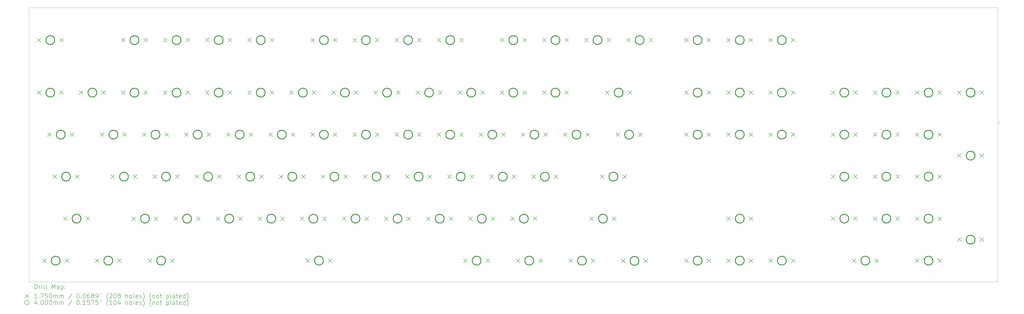
<source format=gbr>
%TF.GenerationSoftware,KiCad,Pcbnew,8.0.5*%
%TF.CreationDate,2025-05-24T22:33:45-04:00*%
%TF.ProjectId,Keyboard-Saturn,4b657962-6f61-4726-942d-53617475726e,rev?*%
%TF.SameCoordinates,Original*%
%TF.FileFunction,Drillmap*%
%TF.FilePolarity,Positive*%
%FSLAX45Y45*%
G04 Gerber Fmt 4.5, Leading zero omitted, Abs format (unit mm)*
G04 Created by KiCad (PCBNEW 8.0.5) date 2025-05-24 22:33:45*
%MOMM*%
%LPD*%
G01*
G04 APERTURE LIST*
%ADD10C,0.050000*%
%ADD11C,0.200000*%
%ADD12C,0.175000*%
%ADD13C,0.400000*%
G04 APERTURE END LIST*
D10*
X45975000Y-9435000D02*
X46022500Y-9435000D01*
X46022500Y-9452500D01*
X45975000Y-9452500D01*
X45975000Y-9435000D01*
X2130000Y-4237500D02*
X45940000Y-4237500D01*
X45940000Y-16672500D01*
X2130000Y-16672500D01*
X2130000Y-4237500D01*
D11*
D12*
X2492500Y-5624500D02*
X2667500Y-5799500D01*
X2667500Y-5624500D02*
X2492500Y-5799500D01*
X2492500Y-8004500D02*
X2667500Y-8179500D01*
X2667500Y-8004500D02*
X2492500Y-8179500D01*
X2736500Y-15620500D02*
X2911500Y-15795500D01*
X2911500Y-15620500D02*
X2736500Y-15795500D01*
X2968500Y-9908500D02*
X3143500Y-10083500D01*
X3143500Y-9908500D02*
X2968500Y-10083500D01*
X3206500Y-11813000D02*
X3381500Y-11988000D01*
X3381500Y-11813000D02*
X3206500Y-11988000D01*
X3508500Y-5624500D02*
X3683500Y-5799500D01*
X3683500Y-5624500D02*
X3508500Y-5799500D01*
X3508500Y-8004500D02*
X3683500Y-8179500D01*
X3683500Y-8004500D02*
X3508500Y-8179500D01*
X3681500Y-13716500D02*
X3856500Y-13891500D01*
X3856500Y-13716500D02*
X3681500Y-13891500D01*
X3752500Y-15620500D02*
X3927500Y-15795500D01*
X3927500Y-15620500D02*
X3752500Y-15795500D01*
X3984500Y-9908500D02*
X4159500Y-10083500D01*
X4159500Y-9908500D02*
X3984500Y-10083500D01*
X4222500Y-11813000D02*
X4397500Y-11988000D01*
X4397500Y-11813000D02*
X4222500Y-11988000D01*
X4396500Y-8004500D02*
X4571500Y-8179500D01*
X4571500Y-8004500D02*
X4396500Y-8179500D01*
X4697500Y-13716500D02*
X4872500Y-13891500D01*
X4872500Y-13716500D02*
X4697500Y-13891500D01*
X5116500Y-15620500D02*
X5291500Y-15795500D01*
X5291500Y-15620500D02*
X5116500Y-15795500D01*
X5348500Y-9908500D02*
X5523500Y-10083500D01*
X5523500Y-9908500D02*
X5348500Y-10083500D01*
X5412500Y-8004500D02*
X5587500Y-8179500D01*
X5587500Y-8004500D02*
X5412500Y-8179500D01*
X5824500Y-11812500D02*
X5999500Y-11987500D01*
X5999500Y-11812500D02*
X5824500Y-11987500D01*
X6132500Y-15620500D02*
X6307500Y-15795500D01*
X6307500Y-15620500D02*
X6132500Y-15795500D01*
X6300500Y-5624500D02*
X6475500Y-5799500D01*
X6475500Y-5624500D02*
X6300500Y-5799500D01*
X6300500Y-8004500D02*
X6475500Y-8179500D01*
X6475500Y-8004500D02*
X6300500Y-8179500D01*
X6364500Y-9908500D02*
X6539500Y-10083500D01*
X6539500Y-9908500D02*
X6364500Y-10083500D01*
X6776500Y-13716500D02*
X6951500Y-13891500D01*
X6951500Y-13716500D02*
X6776500Y-13891500D01*
X6840500Y-11812500D02*
X7015500Y-11987500D01*
X7015500Y-11812500D02*
X6840500Y-11987500D01*
X7252500Y-9908500D02*
X7427500Y-10083500D01*
X7427500Y-9908500D02*
X7252500Y-10083500D01*
X7316500Y-5624500D02*
X7491500Y-5799500D01*
X7491500Y-5624500D02*
X7316500Y-5799500D01*
X7316500Y-8004500D02*
X7491500Y-8179500D01*
X7491500Y-8004500D02*
X7316500Y-8179500D01*
X7504500Y-15620500D02*
X7679500Y-15795500D01*
X7679500Y-15620500D02*
X7504500Y-15795500D01*
X7728500Y-11812500D02*
X7903500Y-11987500D01*
X7903500Y-11812500D02*
X7728500Y-11987500D01*
X7792500Y-13716500D02*
X7967500Y-13891500D01*
X7967500Y-13716500D02*
X7792500Y-13891500D01*
X8204500Y-5624500D02*
X8379500Y-5799500D01*
X8379500Y-5624500D02*
X8204500Y-5799500D01*
X8204500Y-8004500D02*
X8379500Y-8179500D01*
X8379500Y-8004500D02*
X8204500Y-8179500D01*
X8268500Y-9908500D02*
X8443500Y-10083500D01*
X8443500Y-9908500D02*
X8268500Y-10083500D01*
X8520500Y-15620500D02*
X8695500Y-15795500D01*
X8695500Y-15620500D02*
X8520500Y-15795500D01*
X8680500Y-13716500D02*
X8855500Y-13891500D01*
X8855500Y-13716500D02*
X8680500Y-13891500D01*
X8744500Y-11812500D02*
X8919500Y-11987500D01*
X8919500Y-11812500D02*
X8744500Y-11987500D01*
X9156500Y-9908500D02*
X9331500Y-10083500D01*
X9331500Y-9908500D02*
X9156500Y-10083500D01*
X9220500Y-5624500D02*
X9395500Y-5799500D01*
X9395500Y-5624500D02*
X9220500Y-5799500D01*
X9220500Y-8004500D02*
X9395500Y-8179500D01*
X9395500Y-8004500D02*
X9220500Y-8179500D01*
X9632500Y-11812500D02*
X9807500Y-11987500D01*
X9807500Y-11812500D02*
X9632500Y-11987500D01*
X9696500Y-13716500D02*
X9871500Y-13891500D01*
X9871500Y-13716500D02*
X9696500Y-13891500D01*
X10108500Y-5624500D02*
X10283500Y-5799500D01*
X10283500Y-5624500D02*
X10108500Y-5799500D01*
X10108500Y-8004500D02*
X10283500Y-8179500D01*
X10283500Y-8004500D02*
X10108500Y-8179500D01*
X10172500Y-9908500D02*
X10347500Y-10083500D01*
X10347500Y-9908500D02*
X10172500Y-10083500D01*
X10584500Y-13716500D02*
X10759500Y-13891500D01*
X10759500Y-13716500D02*
X10584500Y-13891500D01*
X10648500Y-11812500D02*
X10823500Y-11987500D01*
X10823500Y-11812500D02*
X10648500Y-11987500D01*
X11060500Y-9908500D02*
X11235500Y-10083500D01*
X11235500Y-9908500D02*
X11060500Y-10083500D01*
X11124500Y-5624500D02*
X11299500Y-5799500D01*
X11299500Y-5624500D02*
X11124500Y-5799500D01*
X11124500Y-8004500D02*
X11299500Y-8179500D01*
X11299500Y-8004500D02*
X11124500Y-8179500D01*
X11536500Y-11812500D02*
X11711500Y-11987500D01*
X11711500Y-11812500D02*
X11536500Y-11987500D01*
X11600500Y-13716500D02*
X11775500Y-13891500D01*
X11775500Y-13716500D02*
X11600500Y-13891500D01*
X12012500Y-5624500D02*
X12187500Y-5799500D01*
X12187500Y-5624500D02*
X12012500Y-5799500D01*
X12012500Y-8004500D02*
X12187500Y-8179500D01*
X12187500Y-8004500D02*
X12012500Y-8179500D01*
X12076500Y-9908500D02*
X12251500Y-10083500D01*
X12251500Y-9908500D02*
X12076500Y-10083500D01*
X12488500Y-13716500D02*
X12663500Y-13891500D01*
X12663500Y-13716500D02*
X12488500Y-13891500D01*
X12552500Y-11812500D02*
X12727500Y-11987500D01*
X12727500Y-11812500D02*
X12552500Y-11987500D01*
X12964500Y-9908500D02*
X13139500Y-10083500D01*
X13139500Y-9908500D02*
X12964500Y-10083500D01*
X13028500Y-5624500D02*
X13203500Y-5799500D01*
X13203500Y-5624500D02*
X13028500Y-5799500D01*
X13028500Y-8004500D02*
X13203500Y-8179500D01*
X13203500Y-8004500D02*
X13028500Y-8179500D01*
X13440500Y-11812500D02*
X13615500Y-11987500D01*
X13615500Y-11812500D02*
X13440500Y-11987500D01*
X13504500Y-13716500D02*
X13679500Y-13891500D01*
X13679500Y-13716500D02*
X13504500Y-13891500D01*
X13916500Y-8004500D02*
X14091500Y-8179500D01*
X14091500Y-8004500D02*
X13916500Y-8179500D01*
X13980500Y-9908500D02*
X14155500Y-10083500D01*
X14155500Y-9908500D02*
X13980500Y-10083500D01*
X14392500Y-13716500D02*
X14567500Y-13891500D01*
X14567500Y-13716500D02*
X14392500Y-13891500D01*
X14456500Y-11812500D02*
X14631500Y-11987500D01*
X14631500Y-11812500D02*
X14456500Y-11987500D01*
X14645000Y-15620000D02*
X14820000Y-15795000D01*
X14820000Y-15620000D02*
X14645000Y-15795000D01*
X14868500Y-5624500D02*
X15043500Y-5799500D01*
X15043500Y-5624500D02*
X14868500Y-5799500D01*
X14868500Y-9908500D02*
X15043500Y-10083500D01*
X15043500Y-9908500D02*
X14868500Y-10083500D01*
X14932500Y-8004500D02*
X15107500Y-8179500D01*
X15107500Y-8004500D02*
X14932500Y-8179500D01*
X15344500Y-11812500D02*
X15519500Y-11987500D01*
X15519500Y-11812500D02*
X15344500Y-11987500D01*
X15408500Y-13716500D02*
X15583500Y-13891500D01*
X15583500Y-13716500D02*
X15408500Y-13891500D01*
X15661000Y-15620000D02*
X15836000Y-15795000D01*
X15836000Y-15620000D02*
X15661000Y-15795000D01*
X15820500Y-8004500D02*
X15995500Y-8179500D01*
X15995500Y-8004500D02*
X15820500Y-8179500D01*
X15884500Y-5624500D02*
X16059500Y-5799500D01*
X16059500Y-5624500D02*
X15884500Y-5799500D01*
X15884500Y-9908500D02*
X16059500Y-10083500D01*
X16059500Y-9908500D02*
X15884500Y-10083500D01*
X16296500Y-13716500D02*
X16471500Y-13891500D01*
X16471500Y-13716500D02*
X16296500Y-13891500D01*
X16360500Y-11812500D02*
X16535500Y-11987500D01*
X16535500Y-11812500D02*
X16360500Y-11987500D01*
X16772500Y-5624500D02*
X16947500Y-5799500D01*
X16947500Y-5624500D02*
X16772500Y-5799500D01*
X16772500Y-9908500D02*
X16947500Y-10083500D01*
X16947500Y-9908500D02*
X16772500Y-10083500D01*
X16836500Y-8004500D02*
X17011500Y-8179500D01*
X17011500Y-8004500D02*
X16836500Y-8179500D01*
X17248500Y-11812500D02*
X17423500Y-11987500D01*
X17423500Y-11812500D02*
X17248500Y-11987500D01*
X17312500Y-13716500D02*
X17487500Y-13891500D01*
X17487500Y-13716500D02*
X17312500Y-13891500D01*
X17724500Y-8004500D02*
X17899500Y-8179500D01*
X17899500Y-8004500D02*
X17724500Y-8179500D01*
X17788500Y-5624500D02*
X17963500Y-5799500D01*
X17963500Y-5624500D02*
X17788500Y-5799500D01*
X17788500Y-9908500D02*
X17963500Y-10083500D01*
X17963500Y-9908500D02*
X17788500Y-10083500D01*
X18200500Y-13716500D02*
X18375500Y-13891500D01*
X18375500Y-13716500D02*
X18200500Y-13891500D01*
X18264500Y-11812500D02*
X18439500Y-11987500D01*
X18439500Y-11812500D02*
X18264500Y-11987500D01*
X18676500Y-5624500D02*
X18851500Y-5799500D01*
X18851500Y-5624500D02*
X18676500Y-5799500D01*
X18676500Y-9908500D02*
X18851500Y-10083500D01*
X18851500Y-9908500D02*
X18676500Y-10083500D01*
X18740500Y-8004500D02*
X18915500Y-8179500D01*
X18915500Y-8004500D02*
X18740500Y-8179500D01*
X19152500Y-11812500D02*
X19327500Y-11987500D01*
X19327500Y-11812500D02*
X19152500Y-11987500D01*
X19216500Y-13716500D02*
X19391500Y-13891500D01*
X19391500Y-13716500D02*
X19216500Y-13891500D01*
X19628500Y-8004500D02*
X19803500Y-8179500D01*
X19803500Y-8004500D02*
X19628500Y-8179500D01*
X19692500Y-5624500D02*
X19867500Y-5799500D01*
X19867500Y-5624500D02*
X19692500Y-5799500D01*
X19692500Y-9908500D02*
X19867500Y-10083500D01*
X19867500Y-9908500D02*
X19692500Y-10083500D01*
X20104500Y-13716500D02*
X20279500Y-13891500D01*
X20279500Y-13716500D02*
X20104500Y-13891500D01*
X20168500Y-11812500D02*
X20343500Y-11987500D01*
X20343500Y-11812500D02*
X20168500Y-11987500D01*
X20580500Y-5624500D02*
X20755500Y-5799500D01*
X20755500Y-5624500D02*
X20580500Y-5799500D01*
X20580500Y-9908500D02*
X20755500Y-10083500D01*
X20755500Y-9908500D02*
X20580500Y-10083500D01*
X20644500Y-8004500D02*
X20819500Y-8179500D01*
X20819500Y-8004500D02*
X20644500Y-8179500D01*
X21056500Y-11812500D02*
X21231500Y-11987500D01*
X21231500Y-11812500D02*
X21056500Y-11987500D01*
X21120500Y-13716500D02*
X21295500Y-13891500D01*
X21295500Y-13716500D02*
X21120500Y-13891500D01*
X21532500Y-8004500D02*
X21707500Y-8179500D01*
X21707500Y-8004500D02*
X21532500Y-8179500D01*
X21596500Y-5624500D02*
X21771500Y-5799500D01*
X21771500Y-5624500D02*
X21596500Y-5799500D01*
X21596500Y-9908500D02*
X21771500Y-10083500D01*
X21771500Y-9908500D02*
X21596500Y-10083500D01*
X21776500Y-15620500D02*
X21951500Y-15795500D01*
X21951500Y-15620500D02*
X21776500Y-15795500D01*
X22008500Y-13716500D02*
X22183500Y-13891500D01*
X22183500Y-13716500D02*
X22008500Y-13891500D01*
X22072500Y-11812500D02*
X22247500Y-11987500D01*
X22247500Y-11812500D02*
X22072500Y-11987500D01*
X22484500Y-9908500D02*
X22659500Y-10083500D01*
X22659500Y-9908500D02*
X22484500Y-10083500D01*
X22548500Y-8004500D02*
X22723500Y-8179500D01*
X22723500Y-8004500D02*
X22548500Y-8179500D01*
X22792500Y-15620500D02*
X22967500Y-15795500D01*
X22967500Y-15620500D02*
X22792500Y-15795500D01*
X22960500Y-11812500D02*
X23135500Y-11987500D01*
X23135500Y-11812500D02*
X22960500Y-11987500D01*
X23024500Y-13716500D02*
X23199500Y-13891500D01*
X23199500Y-13716500D02*
X23024500Y-13891500D01*
X23436500Y-5624500D02*
X23611500Y-5799500D01*
X23611500Y-5624500D02*
X23436500Y-5799500D01*
X23436500Y-8004500D02*
X23611500Y-8179500D01*
X23611500Y-8004500D02*
X23436500Y-8179500D01*
X23500500Y-9908500D02*
X23675500Y-10083500D01*
X23675500Y-9908500D02*
X23500500Y-10083500D01*
X23912500Y-13716500D02*
X24087500Y-13891500D01*
X24087500Y-13716500D02*
X23912500Y-13891500D01*
X23976500Y-11812500D02*
X24151500Y-11987500D01*
X24151500Y-11812500D02*
X23976500Y-11987500D01*
X24156500Y-15620500D02*
X24331500Y-15795500D01*
X24331500Y-15620500D02*
X24156500Y-15795500D01*
X24388500Y-9908500D02*
X24563500Y-10083500D01*
X24563500Y-9908500D02*
X24388500Y-10083500D01*
X24452500Y-5624500D02*
X24627500Y-5799500D01*
X24627500Y-5624500D02*
X24452500Y-5799500D01*
X24452500Y-8004500D02*
X24627500Y-8179500D01*
X24627500Y-8004500D02*
X24452500Y-8179500D01*
X24864500Y-11812500D02*
X25039500Y-11987500D01*
X25039500Y-11812500D02*
X24864500Y-11987500D01*
X24928500Y-13716500D02*
X25103500Y-13891500D01*
X25103500Y-13716500D02*
X24928500Y-13891500D01*
X25172500Y-15620500D02*
X25347500Y-15795500D01*
X25347500Y-15620500D02*
X25172500Y-15795500D01*
X25340500Y-5624500D02*
X25515500Y-5799500D01*
X25515500Y-5624500D02*
X25340500Y-5799500D01*
X25340500Y-8004500D02*
X25515500Y-8179500D01*
X25515500Y-8004500D02*
X25340500Y-8179500D01*
X25404500Y-9908500D02*
X25579500Y-10083500D01*
X25579500Y-9908500D02*
X25404500Y-10083500D01*
X25880500Y-11812500D02*
X26055500Y-11987500D01*
X26055500Y-11812500D02*
X25880500Y-11987500D01*
X26292500Y-9908500D02*
X26467500Y-10083500D01*
X26467500Y-9908500D02*
X26292500Y-10083500D01*
X26356500Y-5624500D02*
X26531500Y-5799500D01*
X26531500Y-5624500D02*
X26356500Y-5799500D01*
X26356500Y-8004500D02*
X26531500Y-8179500D01*
X26531500Y-8004500D02*
X26356500Y-8179500D01*
X26538000Y-15621500D02*
X26713000Y-15796500D01*
X26713000Y-15621500D02*
X26538000Y-15796500D01*
X27244500Y-5624500D02*
X27419500Y-5799500D01*
X27419500Y-5624500D02*
X27244500Y-5799500D01*
X27308500Y-9908500D02*
X27483500Y-10083500D01*
X27483500Y-9908500D02*
X27308500Y-10083500D01*
X27488500Y-13716500D02*
X27663500Y-13891500D01*
X27663500Y-13716500D02*
X27488500Y-13891500D01*
X27554000Y-15621500D02*
X27729000Y-15796500D01*
X27729000Y-15621500D02*
X27554000Y-15796500D01*
X27960500Y-11812500D02*
X28135500Y-11987500D01*
X28135500Y-11812500D02*
X27960500Y-11987500D01*
X28196500Y-8004500D02*
X28371500Y-8179500D01*
X28371500Y-8004500D02*
X28196500Y-8179500D01*
X28260500Y-5624500D02*
X28435500Y-5799500D01*
X28435500Y-5624500D02*
X28260500Y-5799500D01*
X28504500Y-13716500D02*
X28679500Y-13891500D01*
X28679500Y-13716500D02*
X28504500Y-13891500D01*
X28672500Y-9908500D02*
X28847500Y-10083500D01*
X28847500Y-9908500D02*
X28672500Y-10083500D01*
X28916500Y-15631500D02*
X29091500Y-15806500D01*
X29091500Y-15631500D02*
X28916500Y-15806500D01*
X28976500Y-11812500D02*
X29151500Y-11987500D01*
X29151500Y-11812500D02*
X28976500Y-11987500D01*
X29148500Y-5624500D02*
X29323500Y-5799500D01*
X29323500Y-5624500D02*
X29148500Y-5799500D01*
X29212500Y-8004500D02*
X29387500Y-8179500D01*
X29387500Y-8004500D02*
X29212500Y-8179500D01*
X29688500Y-9908500D02*
X29863500Y-10083500D01*
X29863500Y-9908500D02*
X29688500Y-10083500D01*
X29932500Y-15631500D02*
X30107500Y-15806500D01*
X30107500Y-15631500D02*
X29932500Y-15806500D01*
X30164500Y-5624500D02*
X30339500Y-5799500D01*
X30339500Y-5624500D02*
X30164500Y-5799500D01*
X31772500Y-5624000D02*
X31947500Y-5799000D01*
X31947500Y-5624000D02*
X31772500Y-5799000D01*
X31772500Y-8004000D02*
X31947500Y-8179000D01*
X31947500Y-8004000D02*
X31772500Y-8179000D01*
X31772500Y-9908000D02*
X31947500Y-10083000D01*
X31947500Y-9908000D02*
X31772500Y-10083000D01*
X31772500Y-15620000D02*
X31947500Y-15795000D01*
X31947500Y-15620000D02*
X31772500Y-15795000D01*
X32788500Y-5624000D02*
X32963500Y-5799000D01*
X32963500Y-5624000D02*
X32788500Y-5799000D01*
X32788500Y-8004000D02*
X32963500Y-8179000D01*
X32963500Y-8004000D02*
X32788500Y-8179000D01*
X32788500Y-9908000D02*
X32963500Y-10083000D01*
X32963500Y-9908000D02*
X32788500Y-10083000D01*
X32788500Y-15620000D02*
X32963500Y-15795000D01*
X32963500Y-15620000D02*
X32788500Y-15795000D01*
X33676500Y-5624000D02*
X33851500Y-5799000D01*
X33851500Y-5624000D02*
X33676500Y-5799000D01*
X33676500Y-8004000D02*
X33851500Y-8179000D01*
X33851500Y-8004000D02*
X33676500Y-8179000D01*
X33676500Y-9908000D02*
X33851500Y-10083000D01*
X33851500Y-9908000D02*
X33676500Y-10083000D01*
X33676500Y-13716000D02*
X33851500Y-13891000D01*
X33851500Y-13716000D02*
X33676500Y-13891000D01*
X33676500Y-15620000D02*
X33851500Y-15795000D01*
X33851500Y-15620000D02*
X33676500Y-15795000D01*
X34692500Y-5624000D02*
X34867500Y-5799000D01*
X34867500Y-5624000D02*
X34692500Y-5799000D01*
X34692500Y-8004000D02*
X34867500Y-8179000D01*
X34867500Y-8004000D02*
X34692500Y-8179000D01*
X34692500Y-9908000D02*
X34867500Y-10083000D01*
X34867500Y-9908000D02*
X34692500Y-10083000D01*
X34692500Y-13716000D02*
X34867500Y-13891000D01*
X34867500Y-13716000D02*
X34692500Y-13891000D01*
X34692500Y-15620000D02*
X34867500Y-15795000D01*
X34867500Y-15620000D02*
X34692500Y-15795000D01*
X35580500Y-5624000D02*
X35755500Y-5799000D01*
X35755500Y-5624000D02*
X35580500Y-5799000D01*
X35580500Y-8004000D02*
X35755500Y-8179000D01*
X35755500Y-8004000D02*
X35580500Y-8179000D01*
X35580500Y-9908000D02*
X35755500Y-10083000D01*
X35755500Y-9908000D02*
X35580500Y-10083000D01*
X35580500Y-15620000D02*
X35755500Y-15795000D01*
X35755500Y-15620000D02*
X35580500Y-15795000D01*
X36596500Y-5624000D02*
X36771500Y-5799000D01*
X36771500Y-5624000D02*
X36596500Y-5799000D01*
X36596500Y-8004000D02*
X36771500Y-8179000D01*
X36771500Y-8004000D02*
X36596500Y-8179000D01*
X36596500Y-9908000D02*
X36771500Y-10083000D01*
X36771500Y-9908000D02*
X36596500Y-10083000D01*
X36596500Y-15620000D02*
X36771500Y-15795000D01*
X36771500Y-15620000D02*
X36596500Y-15795000D01*
X38404500Y-8004000D02*
X38579500Y-8179000D01*
X38579500Y-8004000D02*
X38404500Y-8179000D01*
X38404500Y-9908000D02*
X38579500Y-10083000D01*
X38579500Y-9908000D02*
X38404500Y-10083000D01*
X38404500Y-11812000D02*
X38579500Y-11987000D01*
X38579500Y-11812000D02*
X38404500Y-11987000D01*
X38404500Y-13716000D02*
X38579500Y-13891000D01*
X38579500Y-13716000D02*
X38404500Y-13891000D01*
X39356500Y-15620000D02*
X39531500Y-15795000D01*
X39531500Y-15620000D02*
X39356500Y-15795000D01*
X39420500Y-8004000D02*
X39595500Y-8179000D01*
X39595500Y-8004000D02*
X39420500Y-8179000D01*
X39420500Y-9908000D02*
X39595500Y-10083000D01*
X39595500Y-9908000D02*
X39420500Y-10083000D01*
X39420500Y-11812000D02*
X39595500Y-11987000D01*
X39595500Y-11812000D02*
X39420500Y-11987000D01*
X39420500Y-13716000D02*
X39595500Y-13891000D01*
X39595500Y-13716000D02*
X39420500Y-13891000D01*
X40308500Y-8004000D02*
X40483500Y-8179000D01*
X40483500Y-8004000D02*
X40308500Y-8179000D01*
X40308500Y-9908000D02*
X40483500Y-10083000D01*
X40483500Y-9908000D02*
X40308500Y-10083000D01*
X40308500Y-11812000D02*
X40483500Y-11987000D01*
X40483500Y-11812000D02*
X40308500Y-11987000D01*
X40308500Y-13716000D02*
X40483500Y-13891000D01*
X40483500Y-13716000D02*
X40308500Y-13891000D01*
X40372500Y-15620000D02*
X40547500Y-15795000D01*
X40547500Y-15620000D02*
X40372500Y-15795000D01*
X41324500Y-8004000D02*
X41499500Y-8179000D01*
X41499500Y-8004000D02*
X41324500Y-8179000D01*
X41324500Y-9908000D02*
X41499500Y-10083000D01*
X41499500Y-9908000D02*
X41324500Y-10083000D01*
X41324500Y-11812000D02*
X41499500Y-11987000D01*
X41499500Y-11812000D02*
X41324500Y-11987000D01*
X41324500Y-13716000D02*
X41499500Y-13891000D01*
X41499500Y-13716000D02*
X41324500Y-13891000D01*
X42212500Y-8004000D02*
X42387500Y-8179000D01*
X42387500Y-8004000D02*
X42212500Y-8179000D01*
X42212500Y-9908000D02*
X42387500Y-10083000D01*
X42387500Y-9908000D02*
X42212500Y-10083000D01*
X42212500Y-11812000D02*
X42387500Y-11987000D01*
X42387500Y-11812000D02*
X42212500Y-11987000D01*
X42212500Y-13716000D02*
X42387500Y-13891000D01*
X42387500Y-13716000D02*
X42212500Y-13891000D01*
X42212500Y-15620000D02*
X42387500Y-15795000D01*
X42387500Y-15620000D02*
X42212500Y-15795000D01*
X43228500Y-8004000D02*
X43403500Y-8179000D01*
X43403500Y-8004000D02*
X43228500Y-8179000D01*
X43228500Y-9908000D02*
X43403500Y-10083000D01*
X43403500Y-9908000D02*
X43228500Y-10083000D01*
X43228500Y-11812000D02*
X43403500Y-11987000D01*
X43403500Y-11812000D02*
X43228500Y-11987000D01*
X43228500Y-13716000D02*
X43403500Y-13891000D01*
X43403500Y-13716000D02*
X43228500Y-13891000D01*
X43228500Y-15620000D02*
X43403500Y-15795000D01*
X43403500Y-15620000D02*
X43228500Y-15795000D01*
X44116500Y-8004000D02*
X44291500Y-8179000D01*
X44291500Y-8004000D02*
X44116500Y-8179000D01*
X44116500Y-10860000D02*
X44291500Y-11035000D01*
X44291500Y-10860000D02*
X44116500Y-11035000D01*
X44116500Y-14668000D02*
X44291500Y-14843000D01*
X44291500Y-14668000D02*
X44116500Y-14843000D01*
X45132500Y-8004000D02*
X45307500Y-8179000D01*
X45307500Y-8004000D02*
X45132500Y-8179000D01*
X45132500Y-10860000D02*
X45307500Y-11035000D01*
X45307500Y-10860000D02*
X45132500Y-11035000D01*
X45132500Y-14668000D02*
X45307500Y-14843000D01*
X45307500Y-14668000D02*
X45132500Y-14843000D01*
D13*
X3288000Y-5712000D02*
G75*
G02*
X2888000Y-5712000I-200000J0D01*
G01*
X2888000Y-5712000D02*
G75*
G02*
X3288000Y-5712000I200000J0D01*
G01*
X3288000Y-8092000D02*
G75*
G02*
X2888000Y-8092000I-200000J0D01*
G01*
X2888000Y-8092000D02*
G75*
G02*
X3288000Y-8092000I200000J0D01*
G01*
X3532000Y-15708000D02*
G75*
G02*
X3132000Y-15708000I-200000J0D01*
G01*
X3132000Y-15708000D02*
G75*
G02*
X3532000Y-15708000I200000J0D01*
G01*
X3764000Y-9996000D02*
G75*
G02*
X3364000Y-9996000I-200000J0D01*
G01*
X3364000Y-9996000D02*
G75*
G02*
X3764000Y-9996000I200000J0D01*
G01*
X4002000Y-11900500D02*
G75*
G02*
X3602000Y-11900500I-200000J0D01*
G01*
X3602000Y-11900500D02*
G75*
G02*
X4002000Y-11900500I200000J0D01*
G01*
X4477000Y-13804000D02*
G75*
G02*
X4077000Y-13804000I-200000J0D01*
G01*
X4077000Y-13804000D02*
G75*
G02*
X4477000Y-13804000I200000J0D01*
G01*
X5192000Y-8092000D02*
G75*
G02*
X4792000Y-8092000I-200000J0D01*
G01*
X4792000Y-8092000D02*
G75*
G02*
X5192000Y-8092000I200000J0D01*
G01*
X5912000Y-15708000D02*
G75*
G02*
X5512000Y-15708000I-200000J0D01*
G01*
X5512000Y-15708000D02*
G75*
G02*
X5912000Y-15708000I200000J0D01*
G01*
X6144000Y-9996000D02*
G75*
G02*
X5744000Y-9996000I-200000J0D01*
G01*
X5744000Y-9996000D02*
G75*
G02*
X6144000Y-9996000I200000J0D01*
G01*
X6620000Y-11900000D02*
G75*
G02*
X6220000Y-11900000I-200000J0D01*
G01*
X6220000Y-11900000D02*
G75*
G02*
X6620000Y-11900000I200000J0D01*
G01*
X7096000Y-5712000D02*
G75*
G02*
X6696000Y-5712000I-200000J0D01*
G01*
X6696000Y-5712000D02*
G75*
G02*
X7096000Y-5712000I200000J0D01*
G01*
X7096000Y-8092000D02*
G75*
G02*
X6696000Y-8092000I-200000J0D01*
G01*
X6696000Y-8092000D02*
G75*
G02*
X7096000Y-8092000I200000J0D01*
G01*
X7572000Y-13804000D02*
G75*
G02*
X7172000Y-13804000I-200000J0D01*
G01*
X7172000Y-13804000D02*
G75*
G02*
X7572000Y-13804000I200000J0D01*
G01*
X8048000Y-9996000D02*
G75*
G02*
X7648000Y-9996000I-200000J0D01*
G01*
X7648000Y-9996000D02*
G75*
G02*
X8048000Y-9996000I200000J0D01*
G01*
X8300000Y-15708000D02*
G75*
G02*
X7900000Y-15708000I-200000J0D01*
G01*
X7900000Y-15708000D02*
G75*
G02*
X8300000Y-15708000I200000J0D01*
G01*
X8524000Y-11900000D02*
G75*
G02*
X8124000Y-11900000I-200000J0D01*
G01*
X8124000Y-11900000D02*
G75*
G02*
X8524000Y-11900000I200000J0D01*
G01*
X9000000Y-5712000D02*
G75*
G02*
X8600000Y-5712000I-200000J0D01*
G01*
X8600000Y-5712000D02*
G75*
G02*
X9000000Y-5712000I200000J0D01*
G01*
X9000000Y-8092000D02*
G75*
G02*
X8600000Y-8092000I-200000J0D01*
G01*
X8600000Y-8092000D02*
G75*
G02*
X9000000Y-8092000I200000J0D01*
G01*
X9476000Y-13804000D02*
G75*
G02*
X9076000Y-13804000I-200000J0D01*
G01*
X9076000Y-13804000D02*
G75*
G02*
X9476000Y-13804000I200000J0D01*
G01*
X9952000Y-9996000D02*
G75*
G02*
X9552000Y-9996000I-200000J0D01*
G01*
X9552000Y-9996000D02*
G75*
G02*
X9952000Y-9996000I200000J0D01*
G01*
X10428000Y-11900000D02*
G75*
G02*
X10028000Y-11900000I-200000J0D01*
G01*
X10028000Y-11900000D02*
G75*
G02*
X10428000Y-11900000I200000J0D01*
G01*
X10904000Y-5712000D02*
G75*
G02*
X10504000Y-5712000I-200000J0D01*
G01*
X10504000Y-5712000D02*
G75*
G02*
X10904000Y-5712000I200000J0D01*
G01*
X10904000Y-8092000D02*
G75*
G02*
X10504000Y-8092000I-200000J0D01*
G01*
X10504000Y-8092000D02*
G75*
G02*
X10904000Y-8092000I200000J0D01*
G01*
X11380000Y-13804000D02*
G75*
G02*
X10980000Y-13804000I-200000J0D01*
G01*
X10980000Y-13804000D02*
G75*
G02*
X11380000Y-13804000I200000J0D01*
G01*
X11856000Y-9996000D02*
G75*
G02*
X11456000Y-9996000I-200000J0D01*
G01*
X11456000Y-9996000D02*
G75*
G02*
X11856000Y-9996000I200000J0D01*
G01*
X12332000Y-11900000D02*
G75*
G02*
X11932000Y-11900000I-200000J0D01*
G01*
X11932000Y-11900000D02*
G75*
G02*
X12332000Y-11900000I200000J0D01*
G01*
X12808000Y-5712000D02*
G75*
G02*
X12408000Y-5712000I-200000J0D01*
G01*
X12408000Y-5712000D02*
G75*
G02*
X12808000Y-5712000I200000J0D01*
G01*
X12808000Y-8092000D02*
G75*
G02*
X12408000Y-8092000I-200000J0D01*
G01*
X12408000Y-8092000D02*
G75*
G02*
X12808000Y-8092000I200000J0D01*
G01*
X13284000Y-13804000D02*
G75*
G02*
X12884000Y-13804000I-200000J0D01*
G01*
X12884000Y-13804000D02*
G75*
G02*
X13284000Y-13804000I200000J0D01*
G01*
X13760000Y-9996000D02*
G75*
G02*
X13360000Y-9996000I-200000J0D01*
G01*
X13360000Y-9996000D02*
G75*
G02*
X13760000Y-9996000I200000J0D01*
G01*
X14236000Y-11900000D02*
G75*
G02*
X13836000Y-11900000I-200000J0D01*
G01*
X13836000Y-11900000D02*
G75*
G02*
X14236000Y-11900000I200000J0D01*
G01*
X14712000Y-8092000D02*
G75*
G02*
X14312000Y-8092000I-200000J0D01*
G01*
X14312000Y-8092000D02*
G75*
G02*
X14712000Y-8092000I200000J0D01*
G01*
X15188000Y-13804000D02*
G75*
G02*
X14788000Y-13804000I-200000J0D01*
G01*
X14788000Y-13804000D02*
G75*
G02*
X15188000Y-13804000I200000J0D01*
G01*
X15440500Y-15707500D02*
G75*
G02*
X15040500Y-15707500I-200000J0D01*
G01*
X15040500Y-15707500D02*
G75*
G02*
X15440500Y-15707500I200000J0D01*
G01*
X15664000Y-5712000D02*
G75*
G02*
X15264000Y-5712000I-200000J0D01*
G01*
X15264000Y-5712000D02*
G75*
G02*
X15664000Y-5712000I200000J0D01*
G01*
X15664000Y-9996000D02*
G75*
G02*
X15264000Y-9996000I-200000J0D01*
G01*
X15264000Y-9996000D02*
G75*
G02*
X15664000Y-9996000I200000J0D01*
G01*
X16140000Y-11900000D02*
G75*
G02*
X15740000Y-11900000I-200000J0D01*
G01*
X15740000Y-11900000D02*
G75*
G02*
X16140000Y-11900000I200000J0D01*
G01*
X16616000Y-8092000D02*
G75*
G02*
X16216000Y-8092000I-200000J0D01*
G01*
X16216000Y-8092000D02*
G75*
G02*
X16616000Y-8092000I200000J0D01*
G01*
X17092000Y-13804000D02*
G75*
G02*
X16692000Y-13804000I-200000J0D01*
G01*
X16692000Y-13804000D02*
G75*
G02*
X17092000Y-13804000I200000J0D01*
G01*
X17568000Y-5712000D02*
G75*
G02*
X17168000Y-5712000I-200000J0D01*
G01*
X17168000Y-5712000D02*
G75*
G02*
X17568000Y-5712000I200000J0D01*
G01*
X17568000Y-9996000D02*
G75*
G02*
X17168000Y-9996000I-200000J0D01*
G01*
X17168000Y-9996000D02*
G75*
G02*
X17568000Y-9996000I200000J0D01*
G01*
X18044000Y-11900000D02*
G75*
G02*
X17644000Y-11900000I-200000J0D01*
G01*
X17644000Y-11900000D02*
G75*
G02*
X18044000Y-11900000I200000J0D01*
G01*
X18520000Y-8092000D02*
G75*
G02*
X18120000Y-8092000I-200000J0D01*
G01*
X18120000Y-8092000D02*
G75*
G02*
X18520000Y-8092000I200000J0D01*
G01*
X18996000Y-13804000D02*
G75*
G02*
X18596000Y-13804000I-200000J0D01*
G01*
X18596000Y-13804000D02*
G75*
G02*
X18996000Y-13804000I200000J0D01*
G01*
X19472000Y-5712000D02*
G75*
G02*
X19072000Y-5712000I-200000J0D01*
G01*
X19072000Y-5712000D02*
G75*
G02*
X19472000Y-5712000I200000J0D01*
G01*
X19472000Y-9996000D02*
G75*
G02*
X19072000Y-9996000I-200000J0D01*
G01*
X19072000Y-9996000D02*
G75*
G02*
X19472000Y-9996000I200000J0D01*
G01*
X19948000Y-11900000D02*
G75*
G02*
X19548000Y-11900000I-200000J0D01*
G01*
X19548000Y-11900000D02*
G75*
G02*
X19948000Y-11900000I200000J0D01*
G01*
X20424000Y-8092000D02*
G75*
G02*
X20024000Y-8092000I-200000J0D01*
G01*
X20024000Y-8092000D02*
G75*
G02*
X20424000Y-8092000I200000J0D01*
G01*
X20900000Y-13804000D02*
G75*
G02*
X20500000Y-13804000I-200000J0D01*
G01*
X20500000Y-13804000D02*
G75*
G02*
X20900000Y-13804000I200000J0D01*
G01*
X21376000Y-5712000D02*
G75*
G02*
X20976000Y-5712000I-200000J0D01*
G01*
X20976000Y-5712000D02*
G75*
G02*
X21376000Y-5712000I200000J0D01*
G01*
X21376000Y-9996000D02*
G75*
G02*
X20976000Y-9996000I-200000J0D01*
G01*
X20976000Y-9996000D02*
G75*
G02*
X21376000Y-9996000I200000J0D01*
G01*
X21852000Y-11900000D02*
G75*
G02*
X21452000Y-11900000I-200000J0D01*
G01*
X21452000Y-11900000D02*
G75*
G02*
X21852000Y-11900000I200000J0D01*
G01*
X22328000Y-8092000D02*
G75*
G02*
X21928000Y-8092000I-200000J0D01*
G01*
X21928000Y-8092000D02*
G75*
G02*
X22328000Y-8092000I200000J0D01*
G01*
X22572000Y-15708000D02*
G75*
G02*
X22172000Y-15708000I-200000J0D01*
G01*
X22172000Y-15708000D02*
G75*
G02*
X22572000Y-15708000I200000J0D01*
G01*
X22804000Y-13804000D02*
G75*
G02*
X22404000Y-13804000I-200000J0D01*
G01*
X22404000Y-13804000D02*
G75*
G02*
X22804000Y-13804000I200000J0D01*
G01*
X23280000Y-9996000D02*
G75*
G02*
X22880000Y-9996000I-200000J0D01*
G01*
X22880000Y-9996000D02*
G75*
G02*
X23280000Y-9996000I200000J0D01*
G01*
X23756000Y-11900000D02*
G75*
G02*
X23356000Y-11900000I-200000J0D01*
G01*
X23356000Y-11900000D02*
G75*
G02*
X23756000Y-11900000I200000J0D01*
G01*
X24232000Y-5712000D02*
G75*
G02*
X23832000Y-5712000I-200000J0D01*
G01*
X23832000Y-5712000D02*
G75*
G02*
X24232000Y-5712000I200000J0D01*
G01*
X24232000Y-8092000D02*
G75*
G02*
X23832000Y-8092000I-200000J0D01*
G01*
X23832000Y-8092000D02*
G75*
G02*
X24232000Y-8092000I200000J0D01*
G01*
X24708000Y-13804000D02*
G75*
G02*
X24308000Y-13804000I-200000J0D01*
G01*
X24308000Y-13804000D02*
G75*
G02*
X24708000Y-13804000I200000J0D01*
G01*
X24952000Y-15708000D02*
G75*
G02*
X24552000Y-15708000I-200000J0D01*
G01*
X24552000Y-15708000D02*
G75*
G02*
X24952000Y-15708000I200000J0D01*
G01*
X25184000Y-9996000D02*
G75*
G02*
X24784000Y-9996000I-200000J0D01*
G01*
X24784000Y-9996000D02*
G75*
G02*
X25184000Y-9996000I200000J0D01*
G01*
X25660000Y-11900000D02*
G75*
G02*
X25260000Y-11900000I-200000J0D01*
G01*
X25260000Y-11900000D02*
G75*
G02*
X25660000Y-11900000I200000J0D01*
G01*
X26136000Y-5712000D02*
G75*
G02*
X25736000Y-5712000I-200000J0D01*
G01*
X25736000Y-5712000D02*
G75*
G02*
X26136000Y-5712000I200000J0D01*
G01*
X26136000Y-8092000D02*
G75*
G02*
X25736000Y-8092000I-200000J0D01*
G01*
X25736000Y-8092000D02*
G75*
G02*
X26136000Y-8092000I200000J0D01*
G01*
X27088000Y-9996000D02*
G75*
G02*
X26688000Y-9996000I-200000J0D01*
G01*
X26688000Y-9996000D02*
G75*
G02*
X27088000Y-9996000I200000J0D01*
G01*
X27333500Y-15709000D02*
G75*
G02*
X26933500Y-15709000I-200000J0D01*
G01*
X26933500Y-15709000D02*
G75*
G02*
X27333500Y-15709000I200000J0D01*
G01*
X28040000Y-5712000D02*
G75*
G02*
X27640000Y-5712000I-200000J0D01*
G01*
X27640000Y-5712000D02*
G75*
G02*
X28040000Y-5712000I200000J0D01*
G01*
X28284000Y-13804000D02*
G75*
G02*
X27884000Y-13804000I-200000J0D01*
G01*
X27884000Y-13804000D02*
G75*
G02*
X28284000Y-13804000I200000J0D01*
G01*
X28756000Y-11900000D02*
G75*
G02*
X28356000Y-11900000I-200000J0D01*
G01*
X28356000Y-11900000D02*
G75*
G02*
X28756000Y-11900000I200000J0D01*
G01*
X28992000Y-8092000D02*
G75*
G02*
X28592000Y-8092000I-200000J0D01*
G01*
X28592000Y-8092000D02*
G75*
G02*
X28992000Y-8092000I200000J0D01*
G01*
X29468000Y-9996000D02*
G75*
G02*
X29068000Y-9996000I-200000J0D01*
G01*
X29068000Y-9996000D02*
G75*
G02*
X29468000Y-9996000I200000J0D01*
G01*
X29712000Y-15719000D02*
G75*
G02*
X29312000Y-15719000I-200000J0D01*
G01*
X29312000Y-15719000D02*
G75*
G02*
X29712000Y-15719000I200000J0D01*
G01*
X29944000Y-5712000D02*
G75*
G02*
X29544000Y-5712000I-200000J0D01*
G01*
X29544000Y-5712000D02*
G75*
G02*
X29944000Y-5712000I200000J0D01*
G01*
X32568000Y-5711500D02*
G75*
G02*
X32168000Y-5711500I-200000J0D01*
G01*
X32168000Y-5711500D02*
G75*
G02*
X32568000Y-5711500I200000J0D01*
G01*
X32568000Y-8091500D02*
G75*
G02*
X32168000Y-8091500I-200000J0D01*
G01*
X32168000Y-8091500D02*
G75*
G02*
X32568000Y-8091500I200000J0D01*
G01*
X32568000Y-9995500D02*
G75*
G02*
X32168000Y-9995500I-200000J0D01*
G01*
X32168000Y-9995500D02*
G75*
G02*
X32568000Y-9995500I200000J0D01*
G01*
X32568000Y-15707500D02*
G75*
G02*
X32168000Y-15707500I-200000J0D01*
G01*
X32168000Y-15707500D02*
G75*
G02*
X32568000Y-15707500I200000J0D01*
G01*
X34472000Y-5711500D02*
G75*
G02*
X34072000Y-5711500I-200000J0D01*
G01*
X34072000Y-5711500D02*
G75*
G02*
X34472000Y-5711500I200000J0D01*
G01*
X34472000Y-8091500D02*
G75*
G02*
X34072000Y-8091500I-200000J0D01*
G01*
X34072000Y-8091500D02*
G75*
G02*
X34472000Y-8091500I200000J0D01*
G01*
X34472000Y-9995500D02*
G75*
G02*
X34072000Y-9995500I-200000J0D01*
G01*
X34072000Y-9995500D02*
G75*
G02*
X34472000Y-9995500I200000J0D01*
G01*
X34472000Y-13803500D02*
G75*
G02*
X34072000Y-13803500I-200000J0D01*
G01*
X34072000Y-13803500D02*
G75*
G02*
X34472000Y-13803500I200000J0D01*
G01*
X34472000Y-15707500D02*
G75*
G02*
X34072000Y-15707500I-200000J0D01*
G01*
X34072000Y-15707500D02*
G75*
G02*
X34472000Y-15707500I200000J0D01*
G01*
X36376000Y-5711500D02*
G75*
G02*
X35976000Y-5711500I-200000J0D01*
G01*
X35976000Y-5711500D02*
G75*
G02*
X36376000Y-5711500I200000J0D01*
G01*
X36376000Y-8091500D02*
G75*
G02*
X35976000Y-8091500I-200000J0D01*
G01*
X35976000Y-8091500D02*
G75*
G02*
X36376000Y-8091500I200000J0D01*
G01*
X36376000Y-9995500D02*
G75*
G02*
X35976000Y-9995500I-200000J0D01*
G01*
X35976000Y-9995500D02*
G75*
G02*
X36376000Y-9995500I200000J0D01*
G01*
X36376000Y-15707500D02*
G75*
G02*
X35976000Y-15707500I-200000J0D01*
G01*
X35976000Y-15707500D02*
G75*
G02*
X36376000Y-15707500I200000J0D01*
G01*
X39200000Y-8091500D02*
G75*
G02*
X38800000Y-8091500I-200000J0D01*
G01*
X38800000Y-8091500D02*
G75*
G02*
X39200000Y-8091500I200000J0D01*
G01*
X39200000Y-9995500D02*
G75*
G02*
X38800000Y-9995500I-200000J0D01*
G01*
X38800000Y-9995500D02*
G75*
G02*
X39200000Y-9995500I200000J0D01*
G01*
X39200000Y-11899500D02*
G75*
G02*
X38800000Y-11899500I-200000J0D01*
G01*
X38800000Y-11899500D02*
G75*
G02*
X39200000Y-11899500I200000J0D01*
G01*
X39200000Y-13803500D02*
G75*
G02*
X38800000Y-13803500I-200000J0D01*
G01*
X38800000Y-13803500D02*
G75*
G02*
X39200000Y-13803500I200000J0D01*
G01*
X40152000Y-15707500D02*
G75*
G02*
X39752000Y-15707500I-200000J0D01*
G01*
X39752000Y-15707500D02*
G75*
G02*
X40152000Y-15707500I200000J0D01*
G01*
X41104000Y-8091500D02*
G75*
G02*
X40704000Y-8091500I-200000J0D01*
G01*
X40704000Y-8091500D02*
G75*
G02*
X41104000Y-8091500I200000J0D01*
G01*
X41104000Y-9995500D02*
G75*
G02*
X40704000Y-9995500I-200000J0D01*
G01*
X40704000Y-9995500D02*
G75*
G02*
X41104000Y-9995500I200000J0D01*
G01*
X41104000Y-11899500D02*
G75*
G02*
X40704000Y-11899500I-200000J0D01*
G01*
X40704000Y-11899500D02*
G75*
G02*
X41104000Y-11899500I200000J0D01*
G01*
X41104000Y-13803500D02*
G75*
G02*
X40704000Y-13803500I-200000J0D01*
G01*
X40704000Y-13803500D02*
G75*
G02*
X41104000Y-13803500I200000J0D01*
G01*
X43008000Y-8091500D02*
G75*
G02*
X42608000Y-8091500I-200000J0D01*
G01*
X42608000Y-8091500D02*
G75*
G02*
X43008000Y-8091500I200000J0D01*
G01*
X43008000Y-9995500D02*
G75*
G02*
X42608000Y-9995500I-200000J0D01*
G01*
X42608000Y-9995500D02*
G75*
G02*
X43008000Y-9995500I200000J0D01*
G01*
X43008000Y-11899500D02*
G75*
G02*
X42608000Y-11899500I-200000J0D01*
G01*
X42608000Y-11899500D02*
G75*
G02*
X43008000Y-11899500I200000J0D01*
G01*
X43008000Y-13803500D02*
G75*
G02*
X42608000Y-13803500I-200000J0D01*
G01*
X42608000Y-13803500D02*
G75*
G02*
X43008000Y-13803500I200000J0D01*
G01*
X43008000Y-15707500D02*
G75*
G02*
X42608000Y-15707500I-200000J0D01*
G01*
X42608000Y-15707500D02*
G75*
G02*
X43008000Y-15707500I200000J0D01*
G01*
X44912000Y-8091500D02*
G75*
G02*
X44512000Y-8091500I-200000J0D01*
G01*
X44512000Y-8091500D02*
G75*
G02*
X44912000Y-8091500I200000J0D01*
G01*
X44912000Y-10947500D02*
G75*
G02*
X44512000Y-10947500I-200000J0D01*
G01*
X44512000Y-10947500D02*
G75*
G02*
X44912000Y-10947500I200000J0D01*
G01*
X44912000Y-14755500D02*
G75*
G02*
X44512000Y-14755500I-200000J0D01*
G01*
X44512000Y-14755500D02*
G75*
G02*
X44912000Y-14755500I200000J0D01*
G01*
D11*
X2388277Y-16986484D02*
X2388277Y-16786484D01*
X2388277Y-16786484D02*
X2435896Y-16786484D01*
X2435896Y-16786484D02*
X2464467Y-16796008D01*
X2464467Y-16796008D02*
X2483515Y-16815055D01*
X2483515Y-16815055D02*
X2493039Y-16834103D01*
X2493039Y-16834103D02*
X2502563Y-16872198D01*
X2502563Y-16872198D02*
X2502563Y-16900770D01*
X2502563Y-16900770D02*
X2493039Y-16938865D01*
X2493039Y-16938865D02*
X2483515Y-16957912D01*
X2483515Y-16957912D02*
X2464467Y-16976960D01*
X2464467Y-16976960D02*
X2435896Y-16986484D01*
X2435896Y-16986484D02*
X2388277Y-16986484D01*
X2588277Y-16986484D02*
X2588277Y-16853150D01*
X2588277Y-16891246D02*
X2597801Y-16872198D01*
X2597801Y-16872198D02*
X2607324Y-16862674D01*
X2607324Y-16862674D02*
X2626372Y-16853150D01*
X2626372Y-16853150D02*
X2645420Y-16853150D01*
X2712086Y-16986484D02*
X2712086Y-16853150D01*
X2712086Y-16786484D02*
X2702563Y-16796008D01*
X2702563Y-16796008D02*
X2712086Y-16805531D01*
X2712086Y-16805531D02*
X2721610Y-16796008D01*
X2721610Y-16796008D02*
X2712086Y-16786484D01*
X2712086Y-16786484D02*
X2712086Y-16805531D01*
X2835896Y-16986484D02*
X2816848Y-16976960D01*
X2816848Y-16976960D02*
X2807324Y-16957912D01*
X2807324Y-16957912D02*
X2807324Y-16786484D01*
X2940658Y-16986484D02*
X2921610Y-16976960D01*
X2921610Y-16976960D02*
X2912086Y-16957912D01*
X2912086Y-16957912D02*
X2912086Y-16786484D01*
X3169229Y-16986484D02*
X3169229Y-16786484D01*
X3169229Y-16786484D02*
X3235896Y-16929341D01*
X3235896Y-16929341D02*
X3302562Y-16786484D01*
X3302562Y-16786484D02*
X3302562Y-16986484D01*
X3483515Y-16986484D02*
X3483515Y-16881722D01*
X3483515Y-16881722D02*
X3473991Y-16862674D01*
X3473991Y-16862674D02*
X3454943Y-16853150D01*
X3454943Y-16853150D02*
X3416848Y-16853150D01*
X3416848Y-16853150D02*
X3397801Y-16862674D01*
X3483515Y-16976960D02*
X3464467Y-16986484D01*
X3464467Y-16986484D02*
X3416848Y-16986484D01*
X3416848Y-16986484D02*
X3397801Y-16976960D01*
X3397801Y-16976960D02*
X3388277Y-16957912D01*
X3388277Y-16957912D02*
X3388277Y-16938865D01*
X3388277Y-16938865D02*
X3397801Y-16919817D01*
X3397801Y-16919817D02*
X3416848Y-16910293D01*
X3416848Y-16910293D02*
X3464467Y-16910293D01*
X3464467Y-16910293D02*
X3483515Y-16900770D01*
X3578753Y-16853150D02*
X3578753Y-17053150D01*
X3578753Y-16862674D02*
X3597801Y-16853150D01*
X3597801Y-16853150D02*
X3635896Y-16853150D01*
X3635896Y-16853150D02*
X3654943Y-16862674D01*
X3654943Y-16862674D02*
X3664467Y-16872198D01*
X3664467Y-16872198D02*
X3673991Y-16891246D01*
X3673991Y-16891246D02*
X3673991Y-16948389D01*
X3673991Y-16948389D02*
X3664467Y-16967436D01*
X3664467Y-16967436D02*
X3654943Y-16976960D01*
X3654943Y-16976960D02*
X3635896Y-16986484D01*
X3635896Y-16986484D02*
X3597801Y-16986484D01*
X3597801Y-16986484D02*
X3578753Y-16976960D01*
X3759705Y-16967436D02*
X3769229Y-16976960D01*
X3769229Y-16976960D02*
X3759705Y-16986484D01*
X3759705Y-16986484D02*
X3750182Y-16976960D01*
X3750182Y-16976960D02*
X3759705Y-16967436D01*
X3759705Y-16967436D02*
X3759705Y-16986484D01*
X3759705Y-16862674D02*
X3769229Y-16872198D01*
X3769229Y-16872198D02*
X3759705Y-16881722D01*
X3759705Y-16881722D02*
X3750182Y-16872198D01*
X3750182Y-16872198D02*
X3759705Y-16862674D01*
X3759705Y-16862674D02*
X3759705Y-16881722D01*
D12*
X1952500Y-17227500D02*
X2127500Y-17402500D01*
X2127500Y-17227500D02*
X1952500Y-17402500D01*
D11*
X2493039Y-17406484D02*
X2378753Y-17406484D01*
X2435896Y-17406484D02*
X2435896Y-17206484D01*
X2435896Y-17206484D02*
X2416848Y-17235055D01*
X2416848Y-17235055D02*
X2397801Y-17254103D01*
X2397801Y-17254103D02*
X2378753Y-17263627D01*
X2578753Y-17387436D02*
X2588277Y-17396960D01*
X2588277Y-17396960D02*
X2578753Y-17406484D01*
X2578753Y-17406484D02*
X2569229Y-17396960D01*
X2569229Y-17396960D02*
X2578753Y-17387436D01*
X2578753Y-17387436D02*
X2578753Y-17406484D01*
X2654944Y-17206484D02*
X2788277Y-17206484D01*
X2788277Y-17206484D02*
X2702563Y-17406484D01*
X2959705Y-17206484D02*
X2864467Y-17206484D01*
X2864467Y-17206484D02*
X2854943Y-17301722D01*
X2854943Y-17301722D02*
X2864467Y-17292198D01*
X2864467Y-17292198D02*
X2883515Y-17282674D01*
X2883515Y-17282674D02*
X2931134Y-17282674D01*
X2931134Y-17282674D02*
X2950182Y-17292198D01*
X2950182Y-17292198D02*
X2959705Y-17301722D01*
X2959705Y-17301722D02*
X2969229Y-17320770D01*
X2969229Y-17320770D02*
X2969229Y-17368389D01*
X2969229Y-17368389D02*
X2959705Y-17387436D01*
X2959705Y-17387436D02*
X2950182Y-17396960D01*
X2950182Y-17396960D02*
X2931134Y-17406484D01*
X2931134Y-17406484D02*
X2883515Y-17406484D01*
X2883515Y-17406484D02*
X2864467Y-17396960D01*
X2864467Y-17396960D02*
X2854943Y-17387436D01*
X3093039Y-17206484D02*
X3112086Y-17206484D01*
X3112086Y-17206484D02*
X3131134Y-17216008D01*
X3131134Y-17216008D02*
X3140658Y-17225531D01*
X3140658Y-17225531D02*
X3150182Y-17244579D01*
X3150182Y-17244579D02*
X3159705Y-17282674D01*
X3159705Y-17282674D02*
X3159705Y-17330293D01*
X3159705Y-17330293D02*
X3150182Y-17368389D01*
X3150182Y-17368389D02*
X3140658Y-17387436D01*
X3140658Y-17387436D02*
X3131134Y-17396960D01*
X3131134Y-17396960D02*
X3112086Y-17406484D01*
X3112086Y-17406484D02*
X3093039Y-17406484D01*
X3093039Y-17406484D02*
X3073991Y-17396960D01*
X3073991Y-17396960D02*
X3064467Y-17387436D01*
X3064467Y-17387436D02*
X3054943Y-17368389D01*
X3054943Y-17368389D02*
X3045420Y-17330293D01*
X3045420Y-17330293D02*
X3045420Y-17282674D01*
X3045420Y-17282674D02*
X3054943Y-17244579D01*
X3054943Y-17244579D02*
X3064467Y-17225531D01*
X3064467Y-17225531D02*
X3073991Y-17216008D01*
X3073991Y-17216008D02*
X3093039Y-17206484D01*
X3245420Y-17406484D02*
X3245420Y-17273150D01*
X3245420Y-17292198D02*
X3254943Y-17282674D01*
X3254943Y-17282674D02*
X3273991Y-17273150D01*
X3273991Y-17273150D02*
X3302563Y-17273150D01*
X3302563Y-17273150D02*
X3321610Y-17282674D01*
X3321610Y-17282674D02*
X3331134Y-17301722D01*
X3331134Y-17301722D02*
X3331134Y-17406484D01*
X3331134Y-17301722D02*
X3340658Y-17282674D01*
X3340658Y-17282674D02*
X3359705Y-17273150D01*
X3359705Y-17273150D02*
X3388277Y-17273150D01*
X3388277Y-17273150D02*
X3407324Y-17282674D01*
X3407324Y-17282674D02*
X3416848Y-17301722D01*
X3416848Y-17301722D02*
X3416848Y-17406484D01*
X3512086Y-17406484D02*
X3512086Y-17273150D01*
X3512086Y-17292198D02*
X3521610Y-17282674D01*
X3521610Y-17282674D02*
X3540658Y-17273150D01*
X3540658Y-17273150D02*
X3569229Y-17273150D01*
X3569229Y-17273150D02*
X3588277Y-17282674D01*
X3588277Y-17282674D02*
X3597801Y-17301722D01*
X3597801Y-17301722D02*
X3597801Y-17406484D01*
X3597801Y-17301722D02*
X3607324Y-17282674D01*
X3607324Y-17282674D02*
X3626372Y-17273150D01*
X3626372Y-17273150D02*
X3654943Y-17273150D01*
X3654943Y-17273150D02*
X3673991Y-17282674D01*
X3673991Y-17282674D02*
X3683515Y-17301722D01*
X3683515Y-17301722D02*
X3683515Y-17406484D01*
X4073991Y-17196960D02*
X3902563Y-17454103D01*
X4331134Y-17206484D02*
X4350182Y-17206484D01*
X4350182Y-17206484D02*
X4369229Y-17216008D01*
X4369229Y-17216008D02*
X4378753Y-17225531D01*
X4378753Y-17225531D02*
X4388277Y-17244579D01*
X4388277Y-17244579D02*
X4397801Y-17282674D01*
X4397801Y-17282674D02*
X4397801Y-17330293D01*
X4397801Y-17330293D02*
X4388277Y-17368389D01*
X4388277Y-17368389D02*
X4378753Y-17387436D01*
X4378753Y-17387436D02*
X4369229Y-17396960D01*
X4369229Y-17396960D02*
X4350182Y-17406484D01*
X4350182Y-17406484D02*
X4331134Y-17406484D01*
X4331134Y-17406484D02*
X4312087Y-17396960D01*
X4312087Y-17396960D02*
X4302563Y-17387436D01*
X4302563Y-17387436D02*
X4293039Y-17368389D01*
X4293039Y-17368389D02*
X4283515Y-17330293D01*
X4283515Y-17330293D02*
X4283515Y-17282674D01*
X4283515Y-17282674D02*
X4293039Y-17244579D01*
X4293039Y-17244579D02*
X4302563Y-17225531D01*
X4302563Y-17225531D02*
X4312087Y-17216008D01*
X4312087Y-17216008D02*
X4331134Y-17206484D01*
X4483515Y-17387436D02*
X4493039Y-17396960D01*
X4493039Y-17396960D02*
X4483515Y-17406484D01*
X4483515Y-17406484D02*
X4473991Y-17396960D01*
X4473991Y-17396960D02*
X4483515Y-17387436D01*
X4483515Y-17387436D02*
X4483515Y-17406484D01*
X4616848Y-17206484D02*
X4635896Y-17206484D01*
X4635896Y-17206484D02*
X4654944Y-17216008D01*
X4654944Y-17216008D02*
X4664468Y-17225531D01*
X4664468Y-17225531D02*
X4673991Y-17244579D01*
X4673991Y-17244579D02*
X4683515Y-17282674D01*
X4683515Y-17282674D02*
X4683515Y-17330293D01*
X4683515Y-17330293D02*
X4673991Y-17368389D01*
X4673991Y-17368389D02*
X4664468Y-17387436D01*
X4664468Y-17387436D02*
X4654944Y-17396960D01*
X4654944Y-17396960D02*
X4635896Y-17406484D01*
X4635896Y-17406484D02*
X4616848Y-17406484D01*
X4616848Y-17406484D02*
X4597801Y-17396960D01*
X4597801Y-17396960D02*
X4588277Y-17387436D01*
X4588277Y-17387436D02*
X4578753Y-17368389D01*
X4578753Y-17368389D02*
X4569229Y-17330293D01*
X4569229Y-17330293D02*
X4569229Y-17282674D01*
X4569229Y-17282674D02*
X4578753Y-17244579D01*
X4578753Y-17244579D02*
X4588277Y-17225531D01*
X4588277Y-17225531D02*
X4597801Y-17216008D01*
X4597801Y-17216008D02*
X4616848Y-17206484D01*
X4854944Y-17206484D02*
X4816848Y-17206484D01*
X4816848Y-17206484D02*
X4797801Y-17216008D01*
X4797801Y-17216008D02*
X4788277Y-17225531D01*
X4788277Y-17225531D02*
X4769229Y-17254103D01*
X4769229Y-17254103D02*
X4759706Y-17292198D01*
X4759706Y-17292198D02*
X4759706Y-17368389D01*
X4759706Y-17368389D02*
X4769229Y-17387436D01*
X4769229Y-17387436D02*
X4778753Y-17396960D01*
X4778753Y-17396960D02*
X4797801Y-17406484D01*
X4797801Y-17406484D02*
X4835896Y-17406484D01*
X4835896Y-17406484D02*
X4854944Y-17396960D01*
X4854944Y-17396960D02*
X4864468Y-17387436D01*
X4864468Y-17387436D02*
X4873991Y-17368389D01*
X4873991Y-17368389D02*
X4873991Y-17320770D01*
X4873991Y-17320770D02*
X4864468Y-17301722D01*
X4864468Y-17301722D02*
X4854944Y-17292198D01*
X4854944Y-17292198D02*
X4835896Y-17282674D01*
X4835896Y-17282674D02*
X4797801Y-17282674D01*
X4797801Y-17282674D02*
X4778753Y-17292198D01*
X4778753Y-17292198D02*
X4769229Y-17301722D01*
X4769229Y-17301722D02*
X4759706Y-17320770D01*
X4988277Y-17292198D02*
X4969229Y-17282674D01*
X4969229Y-17282674D02*
X4959706Y-17273150D01*
X4959706Y-17273150D02*
X4950182Y-17254103D01*
X4950182Y-17254103D02*
X4950182Y-17244579D01*
X4950182Y-17244579D02*
X4959706Y-17225531D01*
X4959706Y-17225531D02*
X4969229Y-17216008D01*
X4969229Y-17216008D02*
X4988277Y-17206484D01*
X4988277Y-17206484D02*
X5026372Y-17206484D01*
X5026372Y-17206484D02*
X5045420Y-17216008D01*
X5045420Y-17216008D02*
X5054944Y-17225531D01*
X5054944Y-17225531D02*
X5064468Y-17244579D01*
X5064468Y-17244579D02*
X5064468Y-17254103D01*
X5064468Y-17254103D02*
X5054944Y-17273150D01*
X5054944Y-17273150D02*
X5045420Y-17282674D01*
X5045420Y-17282674D02*
X5026372Y-17292198D01*
X5026372Y-17292198D02*
X4988277Y-17292198D01*
X4988277Y-17292198D02*
X4969229Y-17301722D01*
X4969229Y-17301722D02*
X4959706Y-17311246D01*
X4959706Y-17311246D02*
X4950182Y-17330293D01*
X4950182Y-17330293D02*
X4950182Y-17368389D01*
X4950182Y-17368389D02*
X4959706Y-17387436D01*
X4959706Y-17387436D02*
X4969229Y-17396960D01*
X4969229Y-17396960D02*
X4988277Y-17406484D01*
X4988277Y-17406484D02*
X5026372Y-17406484D01*
X5026372Y-17406484D02*
X5045420Y-17396960D01*
X5045420Y-17396960D02*
X5054944Y-17387436D01*
X5054944Y-17387436D02*
X5064468Y-17368389D01*
X5064468Y-17368389D02*
X5064468Y-17330293D01*
X5064468Y-17330293D02*
X5054944Y-17311246D01*
X5054944Y-17311246D02*
X5045420Y-17301722D01*
X5045420Y-17301722D02*
X5026372Y-17292198D01*
X5159706Y-17406484D02*
X5197801Y-17406484D01*
X5197801Y-17406484D02*
X5216849Y-17396960D01*
X5216849Y-17396960D02*
X5226372Y-17387436D01*
X5226372Y-17387436D02*
X5245420Y-17358865D01*
X5245420Y-17358865D02*
X5254944Y-17320770D01*
X5254944Y-17320770D02*
X5254944Y-17244579D01*
X5254944Y-17244579D02*
X5245420Y-17225531D01*
X5245420Y-17225531D02*
X5235896Y-17216008D01*
X5235896Y-17216008D02*
X5216849Y-17206484D01*
X5216849Y-17206484D02*
X5178753Y-17206484D01*
X5178753Y-17206484D02*
X5159706Y-17216008D01*
X5159706Y-17216008D02*
X5150182Y-17225531D01*
X5150182Y-17225531D02*
X5140658Y-17244579D01*
X5140658Y-17244579D02*
X5140658Y-17292198D01*
X5140658Y-17292198D02*
X5150182Y-17311246D01*
X5150182Y-17311246D02*
X5159706Y-17320770D01*
X5159706Y-17320770D02*
X5178753Y-17330293D01*
X5178753Y-17330293D02*
X5216849Y-17330293D01*
X5216849Y-17330293D02*
X5235896Y-17320770D01*
X5235896Y-17320770D02*
X5245420Y-17311246D01*
X5245420Y-17311246D02*
X5254944Y-17292198D01*
X5331134Y-17206484D02*
X5331134Y-17244579D01*
X5407325Y-17206484D02*
X5407325Y-17244579D01*
X5702563Y-17482674D02*
X5693039Y-17473150D01*
X5693039Y-17473150D02*
X5673991Y-17444579D01*
X5673991Y-17444579D02*
X5664468Y-17425531D01*
X5664468Y-17425531D02*
X5654944Y-17396960D01*
X5654944Y-17396960D02*
X5645420Y-17349341D01*
X5645420Y-17349341D02*
X5645420Y-17311246D01*
X5645420Y-17311246D02*
X5654944Y-17263627D01*
X5654944Y-17263627D02*
X5664468Y-17235055D01*
X5664468Y-17235055D02*
X5673991Y-17216008D01*
X5673991Y-17216008D02*
X5693039Y-17187436D01*
X5693039Y-17187436D02*
X5702563Y-17177912D01*
X5769229Y-17225531D02*
X5778753Y-17216008D01*
X5778753Y-17216008D02*
X5797801Y-17206484D01*
X5797801Y-17206484D02*
X5845420Y-17206484D01*
X5845420Y-17206484D02*
X5864468Y-17216008D01*
X5864468Y-17216008D02*
X5873991Y-17225531D01*
X5873991Y-17225531D02*
X5883515Y-17244579D01*
X5883515Y-17244579D02*
X5883515Y-17263627D01*
X5883515Y-17263627D02*
X5873991Y-17292198D01*
X5873991Y-17292198D02*
X5759706Y-17406484D01*
X5759706Y-17406484D02*
X5883515Y-17406484D01*
X6007325Y-17206484D02*
X6026372Y-17206484D01*
X6026372Y-17206484D02*
X6045420Y-17216008D01*
X6045420Y-17216008D02*
X6054944Y-17225531D01*
X6054944Y-17225531D02*
X6064468Y-17244579D01*
X6064468Y-17244579D02*
X6073991Y-17282674D01*
X6073991Y-17282674D02*
X6073991Y-17330293D01*
X6073991Y-17330293D02*
X6064468Y-17368389D01*
X6064468Y-17368389D02*
X6054944Y-17387436D01*
X6054944Y-17387436D02*
X6045420Y-17396960D01*
X6045420Y-17396960D02*
X6026372Y-17406484D01*
X6026372Y-17406484D02*
X6007325Y-17406484D01*
X6007325Y-17406484D02*
X5988277Y-17396960D01*
X5988277Y-17396960D02*
X5978753Y-17387436D01*
X5978753Y-17387436D02*
X5969229Y-17368389D01*
X5969229Y-17368389D02*
X5959706Y-17330293D01*
X5959706Y-17330293D02*
X5959706Y-17282674D01*
X5959706Y-17282674D02*
X5969229Y-17244579D01*
X5969229Y-17244579D02*
X5978753Y-17225531D01*
X5978753Y-17225531D02*
X5988277Y-17216008D01*
X5988277Y-17216008D02*
X6007325Y-17206484D01*
X6188277Y-17292198D02*
X6169229Y-17282674D01*
X6169229Y-17282674D02*
X6159706Y-17273150D01*
X6159706Y-17273150D02*
X6150182Y-17254103D01*
X6150182Y-17254103D02*
X6150182Y-17244579D01*
X6150182Y-17244579D02*
X6159706Y-17225531D01*
X6159706Y-17225531D02*
X6169229Y-17216008D01*
X6169229Y-17216008D02*
X6188277Y-17206484D01*
X6188277Y-17206484D02*
X6226372Y-17206484D01*
X6226372Y-17206484D02*
X6245420Y-17216008D01*
X6245420Y-17216008D02*
X6254944Y-17225531D01*
X6254944Y-17225531D02*
X6264468Y-17244579D01*
X6264468Y-17244579D02*
X6264468Y-17254103D01*
X6264468Y-17254103D02*
X6254944Y-17273150D01*
X6254944Y-17273150D02*
X6245420Y-17282674D01*
X6245420Y-17282674D02*
X6226372Y-17292198D01*
X6226372Y-17292198D02*
X6188277Y-17292198D01*
X6188277Y-17292198D02*
X6169229Y-17301722D01*
X6169229Y-17301722D02*
X6159706Y-17311246D01*
X6159706Y-17311246D02*
X6150182Y-17330293D01*
X6150182Y-17330293D02*
X6150182Y-17368389D01*
X6150182Y-17368389D02*
X6159706Y-17387436D01*
X6159706Y-17387436D02*
X6169229Y-17396960D01*
X6169229Y-17396960D02*
X6188277Y-17406484D01*
X6188277Y-17406484D02*
X6226372Y-17406484D01*
X6226372Y-17406484D02*
X6245420Y-17396960D01*
X6245420Y-17396960D02*
X6254944Y-17387436D01*
X6254944Y-17387436D02*
X6264468Y-17368389D01*
X6264468Y-17368389D02*
X6264468Y-17330293D01*
X6264468Y-17330293D02*
X6254944Y-17311246D01*
X6254944Y-17311246D02*
X6245420Y-17301722D01*
X6245420Y-17301722D02*
X6226372Y-17292198D01*
X6502563Y-17406484D02*
X6502563Y-17206484D01*
X6588277Y-17406484D02*
X6588277Y-17301722D01*
X6588277Y-17301722D02*
X6578753Y-17282674D01*
X6578753Y-17282674D02*
X6559706Y-17273150D01*
X6559706Y-17273150D02*
X6531134Y-17273150D01*
X6531134Y-17273150D02*
X6512087Y-17282674D01*
X6512087Y-17282674D02*
X6502563Y-17292198D01*
X6712087Y-17406484D02*
X6693039Y-17396960D01*
X6693039Y-17396960D02*
X6683515Y-17387436D01*
X6683515Y-17387436D02*
X6673991Y-17368389D01*
X6673991Y-17368389D02*
X6673991Y-17311246D01*
X6673991Y-17311246D02*
X6683515Y-17292198D01*
X6683515Y-17292198D02*
X6693039Y-17282674D01*
X6693039Y-17282674D02*
X6712087Y-17273150D01*
X6712087Y-17273150D02*
X6740658Y-17273150D01*
X6740658Y-17273150D02*
X6759706Y-17282674D01*
X6759706Y-17282674D02*
X6769230Y-17292198D01*
X6769230Y-17292198D02*
X6778753Y-17311246D01*
X6778753Y-17311246D02*
X6778753Y-17368389D01*
X6778753Y-17368389D02*
X6769230Y-17387436D01*
X6769230Y-17387436D02*
X6759706Y-17396960D01*
X6759706Y-17396960D02*
X6740658Y-17406484D01*
X6740658Y-17406484D02*
X6712087Y-17406484D01*
X6893039Y-17406484D02*
X6873991Y-17396960D01*
X6873991Y-17396960D02*
X6864468Y-17377912D01*
X6864468Y-17377912D02*
X6864468Y-17206484D01*
X7045420Y-17396960D02*
X7026372Y-17406484D01*
X7026372Y-17406484D02*
X6988277Y-17406484D01*
X6988277Y-17406484D02*
X6969230Y-17396960D01*
X6969230Y-17396960D02*
X6959706Y-17377912D01*
X6959706Y-17377912D02*
X6959706Y-17301722D01*
X6959706Y-17301722D02*
X6969230Y-17282674D01*
X6969230Y-17282674D02*
X6988277Y-17273150D01*
X6988277Y-17273150D02*
X7026372Y-17273150D01*
X7026372Y-17273150D02*
X7045420Y-17282674D01*
X7045420Y-17282674D02*
X7054944Y-17301722D01*
X7054944Y-17301722D02*
X7054944Y-17320770D01*
X7054944Y-17320770D02*
X6959706Y-17339817D01*
X7131134Y-17396960D02*
X7150182Y-17406484D01*
X7150182Y-17406484D02*
X7188277Y-17406484D01*
X7188277Y-17406484D02*
X7207325Y-17396960D01*
X7207325Y-17396960D02*
X7216849Y-17377912D01*
X7216849Y-17377912D02*
X7216849Y-17368389D01*
X7216849Y-17368389D02*
X7207325Y-17349341D01*
X7207325Y-17349341D02*
X7188277Y-17339817D01*
X7188277Y-17339817D02*
X7159706Y-17339817D01*
X7159706Y-17339817D02*
X7140658Y-17330293D01*
X7140658Y-17330293D02*
X7131134Y-17311246D01*
X7131134Y-17311246D02*
X7131134Y-17301722D01*
X7131134Y-17301722D02*
X7140658Y-17282674D01*
X7140658Y-17282674D02*
X7159706Y-17273150D01*
X7159706Y-17273150D02*
X7188277Y-17273150D01*
X7188277Y-17273150D02*
X7207325Y-17282674D01*
X7283515Y-17482674D02*
X7293039Y-17473150D01*
X7293039Y-17473150D02*
X7312087Y-17444579D01*
X7312087Y-17444579D02*
X7321611Y-17425531D01*
X7321611Y-17425531D02*
X7331134Y-17396960D01*
X7331134Y-17396960D02*
X7340658Y-17349341D01*
X7340658Y-17349341D02*
X7340658Y-17311246D01*
X7340658Y-17311246D02*
X7331134Y-17263627D01*
X7331134Y-17263627D02*
X7321611Y-17235055D01*
X7321611Y-17235055D02*
X7312087Y-17216008D01*
X7312087Y-17216008D02*
X7293039Y-17187436D01*
X7293039Y-17187436D02*
X7283515Y-17177912D01*
X7645420Y-17482674D02*
X7635896Y-17473150D01*
X7635896Y-17473150D02*
X7616849Y-17444579D01*
X7616849Y-17444579D02*
X7607325Y-17425531D01*
X7607325Y-17425531D02*
X7597801Y-17396960D01*
X7597801Y-17396960D02*
X7588277Y-17349341D01*
X7588277Y-17349341D02*
X7588277Y-17311246D01*
X7588277Y-17311246D02*
X7597801Y-17263627D01*
X7597801Y-17263627D02*
X7607325Y-17235055D01*
X7607325Y-17235055D02*
X7616849Y-17216008D01*
X7616849Y-17216008D02*
X7635896Y-17187436D01*
X7635896Y-17187436D02*
X7645420Y-17177912D01*
X7721611Y-17273150D02*
X7721611Y-17406484D01*
X7721611Y-17292198D02*
X7731134Y-17282674D01*
X7731134Y-17282674D02*
X7750182Y-17273150D01*
X7750182Y-17273150D02*
X7778753Y-17273150D01*
X7778753Y-17273150D02*
X7797801Y-17282674D01*
X7797801Y-17282674D02*
X7807325Y-17301722D01*
X7807325Y-17301722D02*
X7807325Y-17406484D01*
X7931134Y-17406484D02*
X7912087Y-17396960D01*
X7912087Y-17396960D02*
X7902563Y-17387436D01*
X7902563Y-17387436D02*
X7893039Y-17368389D01*
X7893039Y-17368389D02*
X7893039Y-17311246D01*
X7893039Y-17311246D02*
X7902563Y-17292198D01*
X7902563Y-17292198D02*
X7912087Y-17282674D01*
X7912087Y-17282674D02*
X7931134Y-17273150D01*
X7931134Y-17273150D02*
X7959706Y-17273150D01*
X7959706Y-17273150D02*
X7978753Y-17282674D01*
X7978753Y-17282674D02*
X7988277Y-17292198D01*
X7988277Y-17292198D02*
X7997801Y-17311246D01*
X7997801Y-17311246D02*
X7997801Y-17368389D01*
X7997801Y-17368389D02*
X7988277Y-17387436D01*
X7988277Y-17387436D02*
X7978753Y-17396960D01*
X7978753Y-17396960D02*
X7959706Y-17406484D01*
X7959706Y-17406484D02*
X7931134Y-17406484D01*
X8054944Y-17273150D02*
X8131134Y-17273150D01*
X8083515Y-17206484D02*
X8083515Y-17377912D01*
X8083515Y-17377912D02*
X8093039Y-17396960D01*
X8093039Y-17396960D02*
X8112087Y-17406484D01*
X8112087Y-17406484D02*
X8131134Y-17406484D01*
X8350182Y-17273150D02*
X8350182Y-17473150D01*
X8350182Y-17282674D02*
X8369230Y-17273150D01*
X8369230Y-17273150D02*
X8407325Y-17273150D01*
X8407325Y-17273150D02*
X8426373Y-17282674D01*
X8426373Y-17282674D02*
X8435896Y-17292198D01*
X8435896Y-17292198D02*
X8445420Y-17311246D01*
X8445420Y-17311246D02*
X8445420Y-17368389D01*
X8445420Y-17368389D02*
X8435896Y-17387436D01*
X8435896Y-17387436D02*
X8426373Y-17396960D01*
X8426373Y-17396960D02*
X8407325Y-17406484D01*
X8407325Y-17406484D02*
X8369230Y-17406484D01*
X8369230Y-17406484D02*
X8350182Y-17396960D01*
X8559706Y-17406484D02*
X8540658Y-17396960D01*
X8540658Y-17396960D02*
X8531135Y-17377912D01*
X8531135Y-17377912D02*
X8531135Y-17206484D01*
X8721611Y-17406484D02*
X8721611Y-17301722D01*
X8721611Y-17301722D02*
X8712087Y-17282674D01*
X8712087Y-17282674D02*
X8693039Y-17273150D01*
X8693039Y-17273150D02*
X8654944Y-17273150D01*
X8654944Y-17273150D02*
X8635896Y-17282674D01*
X8721611Y-17396960D02*
X8702563Y-17406484D01*
X8702563Y-17406484D02*
X8654944Y-17406484D01*
X8654944Y-17406484D02*
X8635896Y-17396960D01*
X8635896Y-17396960D02*
X8626373Y-17377912D01*
X8626373Y-17377912D02*
X8626373Y-17358865D01*
X8626373Y-17358865D02*
X8635896Y-17339817D01*
X8635896Y-17339817D02*
X8654944Y-17330293D01*
X8654944Y-17330293D02*
X8702563Y-17330293D01*
X8702563Y-17330293D02*
X8721611Y-17320770D01*
X8788277Y-17273150D02*
X8864468Y-17273150D01*
X8816849Y-17206484D02*
X8816849Y-17377912D01*
X8816849Y-17377912D02*
X8826373Y-17396960D01*
X8826373Y-17396960D02*
X8845420Y-17406484D01*
X8845420Y-17406484D02*
X8864468Y-17406484D01*
X9007325Y-17396960D02*
X8988277Y-17406484D01*
X8988277Y-17406484D02*
X8950182Y-17406484D01*
X8950182Y-17406484D02*
X8931135Y-17396960D01*
X8931135Y-17396960D02*
X8921611Y-17377912D01*
X8921611Y-17377912D02*
X8921611Y-17301722D01*
X8921611Y-17301722D02*
X8931135Y-17282674D01*
X8931135Y-17282674D02*
X8950182Y-17273150D01*
X8950182Y-17273150D02*
X8988277Y-17273150D01*
X8988277Y-17273150D02*
X9007325Y-17282674D01*
X9007325Y-17282674D02*
X9016849Y-17301722D01*
X9016849Y-17301722D02*
X9016849Y-17320770D01*
X9016849Y-17320770D02*
X8921611Y-17339817D01*
X9188277Y-17406484D02*
X9188277Y-17206484D01*
X9188277Y-17396960D02*
X9169230Y-17406484D01*
X9169230Y-17406484D02*
X9131135Y-17406484D01*
X9131135Y-17406484D02*
X9112087Y-17396960D01*
X9112087Y-17396960D02*
X9102563Y-17387436D01*
X9102563Y-17387436D02*
X9093039Y-17368389D01*
X9093039Y-17368389D02*
X9093039Y-17311246D01*
X9093039Y-17311246D02*
X9102563Y-17292198D01*
X9102563Y-17292198D02*
X9112087Y-17282674D01*
X9112087Y-17282674D02*
X9131135Y-17273150D01*
X9131135Y-17273150D02*
X9169230Y-17273150D01*
X9169230Y-17273150D02*
X9188277Y-17282674D01*
X9264468Y-17482674D02*
X9273992Y-17473150D01*
X9273992Y-17473150D02*
X9293039Y-17444579D01*
X9293039Y-17444579D02*
X9302563Y-17425531D01*
X9302563Y-17425531D02*
X9312087Y-17396960D01*
X9312087Y-17396960D02*
X9321611Y-17349341D01*
X9321611Y-17349341D02*
X9321611Y-17311246D01*
X9321611Y-17311246D02*
X9312087Y-17263627D01*
X9312087Y-17263627D02*
X9302563Y-17235055D01*
X9302563Y-17235055D02*
X9293039Y-17216008D01*
X9293039Y-17216008D02*
X9273992Y-17187436D01*
X9273992Y-17187436D02*
X9264468Y-17177912D01*
X2127500Y-17610000D02*
G75*
G02*
X1927500Y-17610000I-100000J0D01*
G01*
X1927500Y-17610000D02*
G75*
G02*
X2127500Y-17610000I100000J0D01*
G01*
X2473991Y-17568150D02*
X2473991Y-17701484D01*
X2426372Y-17491960D02*
X2378753Y-17634817D01*
X2378753Y-17634817D02*
X2502563Y-17634817D01*
X2578753Y-17682436D02*
X2588277Y-17691960D01*
X2588277Y-17691960D02*
X2578753Y-17701484D01*
X2578753Y-17701484D02*
X2569229Y-17691960D01*
X2569229Y-17691960D02*
X2578753Y-17682436D01*
X2578753Y-17682436D02*
X2578753Y-17701484D01*
X2712086Y-17501484D02*
X2731134Y-17501484D01*
X2731134Y-17501484D02*
X2750182Y-17511008D01*
X2750182Y-17511008D02*
X2759705Y-17520531D01*
X2759705Y-17520531D02*
X2769229Y-17539579D01*
X2769229Y-17539579D02*
X2778753Y-17577674D01*
X2778753Y-17577674D02*
X2778753Y-17625293D01*
X2778753Y-17625293D02*
X2769229Y-17663389D01*
X2769229Y-17663389D02*
X2759705Y-17682436D01*
X2759705Y-17682436D02*
X2750182Y-17691960D01*
X2750182Y-17691960D02*
X2731134Y-17701484D01*
X2731134Y-17701484D02*
X2712086Y-17701484D01*
X2712086Y-17701484D02*
X2693039Y-17691960D01*
X2693039Y-17691960D02*
X2683515Y-17682436D01*
X2683515Y-17682436D02*
X2673991Y-17663389D01*
X2673991Y-17663389D02*
X2664467Y-17625293D01*
X2664467Y-17625293D02*
X2664467Y-17577674D01*
X2664467Y-17577674D02*
X2673991Y-17539579D01*
X2673991Y-17539579D02*
X2683515Y-17520531D01*
X2683515Y-17520531D02*
X2693039Y-17511008D01*
X2693039Y-17511008D02*
X2712086Y-17501484D01*
X2902562Y-17501484D02*
X2921610Y-17501484D01*
X2921610Y-17501484D02*
X2940658Y-17511008D01*
X2940658Y-17511008D02*
X2950182Y-17520531D01*
X2950182Y-17520531D02*
X2959705Y-17539579D01*
X2959705Y-17539579D02*
X2969229Y-17577674D01*
X2969229Y-17577674D02*
X2969229Y-17625293D01*
X2969229Y-17625293D02*
X2959705Y-17663389D01*
X2959705Y-17663389D02*
X2950182Y-17682436D01*
X2950182Y-17682436D02*
X2940658Y-17691960D01*
X2940658Y-17691960D02*
X2921610Y-17701484D01*
X2921610Y-17701484D02*
X2902562Y-17701484D01*
X2902562Y-17701484D02*
X2883515Y-17691960D01*
X2883515Y-17691960D02*
X2873991Y-17682436D01*
X2873991Y-17682436D02*
X2864467Y-17663389D01*
X2864467Y-17663389D02*
X2854943Y-17625293D01*
X2854943Y-17625293D02*
X2854943Y-17577674D01*
X2854943Y-17577674D02*
X2864467Y-17539579D01*
X2864467Y-17539579D02*
X2873991Y-17520531D01*
X2873991Y-17520531D02*
X2883515Y-17511008D01*
X2883515Y-17511008D02*
X2902562Y-17501484D01*
X3093039Y-17501484D02*
X3112086Y-17501484D01*
X3112086Y-17501484D02*
X3131134Y-17511008D01*
X3131134Y-17511008D02*
X3140658Y-17520531D01*
X3140658Y-17520531D02*
X3150182Y-17539579D01*
X3150182Y-17539579D02*
X3159705Y-17577674D01*
X3159705Y-17577674D02*
X3159705Y-17625293D01*
X3159705Y-17625293D02*
X3150182Y-17663389D01*
X3150182Y-17663389D02*
X3140658Y-17682436D01*
X3140658Y-17682436D02*
X3131134Y-17691960D01*
X3131134Y-17691960D02*
X3112086Y-17701484D01*
X3112086Y-17701484D02*
X3093039Y-17701484D01*
X3093039Y-17701484D02*
X3073991Y-17691960D01*
X3073991Y-17691960D02*
X3064467Y-17682436D01*
X3064467Y-17682436D02*
X3054943Y-17663389D01*
X3054943Y-17663389D02*
X3045420Y-17625293D01*
X3045420Y-17625293D02*
X3045420Y-17577674D01*
X3045420Y-17577674D02*
X3054943Y-17539579D01*
X3054943Y-17539579D02*
X3064467Y-17520531D01*
X3064467Y-17520531D02*
X3073991Y-17511008D01*
X3073991Y-17511008D02*
X3093039Y-17501484D01*
X3245420Y-17701484D02*
X3245420Y-17568150D01*
X3245420Y-17587198D02*
X3254943Y-17577674D01*
X3254943Y-17577674D02*
X3273991Y-17568150D01*
X3273991Y-17568150D02*
X3302563Y-17568150D01*
X3302563Y-17568150D02*
X3321610Y-17577674D01*
X3321610Y-17577674D02*
X3331134Y-17596722D01*
X3331134Y-17596722D02*
X3331134Y-17701484D01*
X3331134Y-17596722D02*
X3340658Y-17577674D01*
X3340658Y-17577674D02*
X3359705Y-17568150D01*
X3359705Y-17568150D02*
X3388277Y-17568150D01*
X3388277Y-17568150D02*
X3407324Y-17577674D01*
X3407324Y-17577674D02*
X3416848Y-17596722D01*
X3416848Y-17596722D02*
X3416848Y-17701484D01*
X3512086Y-17701484D02*
X3512086Y-17568150D01*
X3512086Y-17587198D02*
X3521610Y-17577674D01*
X3521610Y-17577674D02*
X3540658Y-17568150D01*
X3540658Y-17568150D02*
X3569229Y-17568150D01*
X3569229Y-17568150D02*
X3588277Y-17577674D01*
X3588277Y-17577674D02*
X3597801Y-17596722D01*
X3597801Y-17596722D02*
X3597801Y-17701484D01*
X3597801Y-17596722D02*
X3607324Y-17577674D01*
X3607324Y-17577674D02*
X3626372Y-17568150D01*
X3626372Y-17568150D02*
X3654943Y-17568150D01*
X3654943Y-17568150D02*
X3673991Y-17577674D01*
X3673991Y-17577674D02*
X3683515Y-17596722D01*
X3683515Y-17596722D02*
X3683515Y-17701484D01*
X4073991Y-17491960D02*
X3902563Y-17749103D01*
X4331134Y-17501484D02*
X4350182Y-17501484D01*
X4350182Y-17501484D02*
X4369229Y-17511008D01*
X4369229Y-17511008D02*
X4378753Y-17520531D01*
X4378753Y-17520531D02*
X4388277Y-17539579D01*
X4388277Y-17539579D02*
X4397801Y-17577674D01*
X4397801Y-17577674D02*
X4397801Y-17625293D01*
X4397801Y-17625293D02*
X4388277Y-17663389D01*
X4388277Y-17663389D02*
X4378753Y-17682436D01*
X4378753Y-17682436D02*
X4369229Y-17691960D01*
X4369229Y-17691960D02*
X4350182Y-17701484D01*
X4350182Y-17701484D02*
X4331134Y-17701484D01*
X4331134Y-17701484D02*
X4312087Y-17691960D01*
X4312087Y-17691960D02*
X4302563Y-17682436D01*
X4302563Y-17682436D02*
X4293039Y-17663389D01*
X4293039Y-17663389D02*
X4283515Y-17625293D01*
X4283515Y-17625293D02*
X4283515Y-17577674D01*
X4283515Y-17577674D02*
X4293039Y-17539579D01*
X4293039Y-17539579D02*
X4302563Y-17520531D01*
X4302563Y-17520531D02*
X4312087Y-17511008D01*
X4312087Y-17511008D02*
X4331134Y-17501484D01*
X4483515Y-17682436D02*
X4493039Y-17691960D01*
X4493039Y-17691960D02*
X4483515Y-17701484D01*
X4483515Y-17701484D02*
X4473991Y-17691960D01*
X4473991Y-17691960D02*
X4483515Y-17682436D01*
X4483515Y-17682436D02*
X4483515Y-17701484D01*
X4683515Y-17701484D02*
X4569229Y-17701484D01*
X4626372Y-17701484D02*
X4626372Y-17501484D01*
X4626372Y-17501484D02*
X4607325Y-17530055D01*
X4607325Y-17530055D02*
X4588277Y-17549103D01*
X4588277Y-17549103D02*
X4569229Y-17558627D01*
X4864468Y-17501484D02*
X4769229Y-17501484D01*
X4769229Y-17501484D02*
X4759706Y-17596722D01*
X4759706Y-17596722D02*
X4769229Y-17587198D01*
X4769229Y-17587198D02*
X4788277Y-17577674D01*
X4788277Y-17577674D02*
X4835896Y-17577674D01*
X4835896Y-17577674D02*
X4854944Y-17587198D01*
X4854944Y-17587198D02*
X4864468Y-17596722D01*
X4864468Y-17596722D02*
X4873991Y-17615770D01*
X4873991Y-17615770D02*
X4873991Y-17663389D01*
X4873991Y-17663389D02*
X4864468Y-17682436D01*
X4864468Y-17682436D02*
X4854944Y-17691960D01*
X4854944Y-17691960D02*
X4835896Y-17701484D01*
X4835896Y-17701484D02*
X4788277Y-17701484D01*
X4788277Y-17701484D02*
X4769229Y-17691960D01*
X4769229Y-17691960D02*
X4759706Y-17682436D01*
X4940658Y-17501484D02*
X5073991Y-17501484D01*
X5073991Y-17501484D02*
X4988277Y-17701484D01*
X5245420Y-17501484D02*
X5150182Y-17501484D01*
X5150182Y-17501484D02*
X5140658Y-17596722D01*
X5140658Y-17596722D02*
X5150182Y-17587198D01*
X5150182Y-17587198D02*
X5169229Y-17577674D01*
X5169229Y-17577674D02*
X5216849Y-17577674D01*
X5216849Y-17577674D02*
X5235896Y-17587198D01*
X5235896Y-17587198D02*
X5245420Y-17596722D01*
X5245420Y-17596722D02*
X5254944Y-17615770D01*
X5254944Y-17615770D02*
X5254944Y-17663389D01*
X5254944Y-17663389D02*
X5245420Y-17682436D01*
X5245420Y-17682436D02*
X5235896Y-17691960D01*
X5235896Y-17691960D02*
X5216849Y-17701484D01*
X5216849Y-17701484D02*
X5169229Y-17701484D01*
X5169229Y-17701484D02*
X5150182Y-17691960D01*
X5150182Y-17691960D02*
X5140658Y-17682436D01*
X5331134Y-17501484D02*
X5331134Y-17539579D01*
X5407325Y-17501484D02*
X5407325Y-17539579D01*
X5702563Y-17777674D02*
X5693039Y-17768150D01*
X5693039Y-17768150D02*
X5673991Y-17739579D01*
X5673991Y-17739579D02*
X5664468Y-17720531D01*
X5664468Y-17720531D02*
X5654944Y-17691960D01*
X5654944Y-17691960D02*
X5645420Y-17644341D01*
X5645420Y-17644341D02*
X5645420Y-17606246D01*
X5645420Y-17606246D02*
X5654944Y-17558627D01*
X5654944Y-17558627D02*
X5664468Y-17530055D01*
X5664468Y-17530055D02*
X5673991Y-17511008D01*
X5673991Y-17511008D02*
X5693039Y-17482436D01*
X5693039Y-17482436D02*
X5702563Y-17472912D01*
X5883515Y-17701484D02*
X5769229Y-17701484D01*
X5826372Y-17701484D02*
X5826372Y-17501484D01*
X5826372Y-17501484D02*
X5807325Y-17530055D01*
X5807325Y-17530055D02*
X5788277Y-17549103D01*
X5788277Y-17549103D02*
X5769229Y-17558627D01*
X6007325Y-17501484D02*
X6026372Y-17501484D01*
X6026372Y-17501484D02*
X6045420Y-17511008D01*
X6045420Y-17511008D02*
X6054944Y-17520531D01*
X6054944Y-17520531D02*
X6064468Y-17539579D01*
X6064468Y-17539579D02*
X6073991Y-17577674D01*
X6073991Y-17577674D02*
X6073991Y-17625293D01*
X6073991Y-17625293D02*
X6064468Y-17663389D01*
X6064468Y-17663389D02*
X6054944Y-17682436D01*
X6054944Y-17682436D02*
X6045420Y-17691960D01*
X6045420Y-17691960D02*
X6026372Y-17701484D01*
X6026372Y-17701484D02*
X6007325Y-17701484D01*
X6007325Y-17701484D02*
X5988277Y-17691960D01*
X5988277Y-17691960D02*
X5978753Y-17682436D01*
X5978753Y-17682436D02*
X5969229Y-17663389D01*
X5969229Y-17663389D02*
X5959706Y-17625293D01*
X5959706Y-17625293D02*
X5959706Y-17577674D01*
X5959706Y-17577674D02*
X5969229Y-17539579D01*
X5969229Y-17539579D02*
X5978753Y-17520531D01*
X5978753Y-17520531D02*
X5988277Y-17511008D01*
X5988277Y-17511008D02*
X6007325Y-17501484D01*
X6245420Y-17568150D02*
X6245420Y-17701484D01*
X6197801Y-17491960D02*
X6150182Y-17634817D01*
X6150182Y-17634817D02*
X6273991Y-17634817D01*
X6502563Y-17701484D02*
X6502563Y-17501484D01*
X6588277Y-17701484D02*
X6588277Y-17596722D01*
X6588277Y-17596722D02*
X6578753Y-17577674D01*
X6578753Y-17577674D02*
X6559706Y-17568150D01*
X6559706Y-17568150D02*
X6531134Y-17568150D01*
X6531134Y-17568150D02*
X6512087Y-17577674D01*
X6512087Y-17577674D02*
X6502563Y-17587198D01*
X6712087Y-17701484D02*
X6693039Y-17691960D01*
X6693039Y-17691960D02*
X6683515Y-17682436D01*
X6683515Y-17682436D02*
X6673991Y-17663389D01*
X6673991Y-17663389D02*
X6673991Y-17606246D01*
X6673991Y-17606246D02*
X6683515Y-17587198D01*
X6683515Y-17587198D02*
X6693039Y-17577674D01*
X6693039Y-17577674D02*
X6712087Y-17568150D01*
X6712087Y-17568150D02*
X6740658Y-17568150D01*
X6740658Y-17568150D02*
X6759706Y-17577674D01*
X6759706Y-17577674D02*
X6769230Y-17587198D01*
X6769230Y-17587198D02*
X6778753Y-17606246D01*
X6778753Y-17606246D02*
X6778753Y-17663389D01*
X6778753Y-17663389D02*
X6769230Y-17682436D01*
X6769230Y-17682436D02*
X6759706Y-17691960D01*
X6759706Y-17691960D02*
X6740658Y-17701484D01*
X6740658Y-17701484D02*
X6712087Y-17701484D01*
X6893039Y-17701484D02*
X6873991Y-17691960D01*
X6873991Y-17691960D02*
X6864468Y-17672912D01*
X6864468Y-17672912D02*
X6864468Y-17501484D01*
X7045420Y-17691960D02*
X7026372Y-17701484D01*
X7026372Y-17701484D02*
X6988277Y-17701484D01*
X6988277Y-17701484D02*
X6969230Y-17691960D01*
X6969230Y-17691960D02*
X6959706Y-17672912D01*
X6959706Y-17672912D02*
X6959706Y-17596722D01*
X6959706Y-17596722D02*
X6969230Y-17577674D01*
X6969230Y-17577674D02*
X6988277Y-17568150D01*
X6988277Y-17568150D02*
X7026372Y-17568150D01*
X7026372Y-17568150D02*
X7045420Y-17577674D01*
X7045420Y-17577674D02*
X7054944Y-17596722D01*
X7054944Y-17596722D02*
X7054944Y-17615770D01*
X7054944Y-17615770D02*
X6959706Y-17634817D01*
X7131134Y-17691960D02*
X7150182Y-17701484D01*
X7150182Y-17701484D02*
X7188277Y-17701484D01*
X7188277Y-17701484D02*
X7207325Y-17691960D01*
X7207325Y-17691960D02*
X7216849Y-17672912D01*
X7216849Y-17672912D02*
X7216849Y-17663389D01*
X7216849Y-17663389D02*
X7207325Y-17644341D01*
X7207325Y-17644341D02*
X7188277Y-17634817D01*
X7188277Y-17634817D02*
X7159706Y-17634817D01*
X7159706Y-17634817D02*
X7140658Y-17625293D01*
X7140658Y-17625293D02*
X7131134Y-17606246D01*
X7131134Y-17606246D02*
X7131134Y-17596722D01*
X7131134Y-17596722D02*
X7140658Y-17577674D01*
X7140658Y-17577674D02*
X7159706Y-17568150D01*
X7159706Y-17568150D02*
X7188277Y-17568150D01*
X7188277Y-17568150D02*
X7207325Y-17577674D01*
X7283515Y-17777674D02*
X7293039Y-17768150D01*
X7293039Y-17768150D02*
X7312087Y-17739579D01*
X7312087Y-17739579D02*
X7321611Y-17720531D01*
X7321611Y-17720531D02*
X7331134Y-17691960D01*
X7331134Y-17691960D02*
X7340658Y-17644341D01*
X7340658Y-17644341D02*
X7340658Y-17606246D01*
X7340658Y-17606246D02*
X7331134Y-17558627D01*
X7331134Y-17558627D02*
X7321611Y-17530055D01*
X7321611Y-17530055D02*
X7312087Y-17511008D01*
X7312087Y-17511008D02*
X7293039Y-17482436D01*
X7293039Y-17482436D02*
X7283515Y-17472912D01*
X7645420Y-17777674D02*
X7635896Y-17768150D01*
X7635896Y-17768150D02*
X7616849Y-17739579D01*
X7616849Y-17739579D02*
X7607325Y-17720531D01*
X7607325Y-17720531D02*
X7597801Y-17691960D01*
X7597801Y-17691960D02*
X7588277Y-17644341D01*
X7588277Y-17644341D02*
X7588277Y-17606246D01*
X7588277Y-17606246D02*
X7597801Y-17558627D01*
X7597801Y-17558627D02*
X7607325Y-17530055D01*
X7607325Y-17530055D02*
X7616849Y-17511008D01*
X7616849Y-17511008D02*
X7635896Y-17482436D01*
X7635896Y-17482436D02*
X7645420Y-17472912D01*
X7721611Y-17568150D02*
X7721611Y-17701484D01*
X7721611Y-17587198D02*
X7731134Y-17577674D01*
X7731134Y-17577674D02*
X7750182Y-17568150D01*
X7750182Y-17568150D02*
X7778753Y-17568150D01*
X7778753Y-17568150D02*
X7797801Y-17577674D01*
X7797801Y-17577674D02*
X7807325Y-17596722D01*
X7807325Y-17596722D02*
X7807325Y-17701484D01*
X7931134Y-17701484D02*
X7912087Y-17691960D01*
X7912087Y-17691960D02*
X7902563Y-17682436D01*
X7902563Y-17682436D02*
X7893039Y-17663389D01*
X7893039Y-17663389D02*
X7893039Y-17606246D01*
X7893039Y-17606246D02*
X7902563Y-17587198D01*
X7902563Y-17587198D02*
X7912087Y-17577674D01*
X7912087Y-17577674D02*
X7931134Y-17568150D01*
X7931134Y-17568150D02*
X7959706Y-17568150D01*
X7959706Y-17568150D02*
X7978753Y-17577674D01*
X7978753Y-17577674D02*
X7988277Y-17587198D01*
X7988277Y-17587198D02*
X7997801Y-17606246D01*
X7997801Y-17606246D02*
X7997801Y-17663389D01*
X7997801Y-17663389D02*
X7988277Y-17682436D01*
X7988277Y-17682436D02*
X7978753Y-17691960D01*
X7978753Y-17691960D02*
X7959706Y-17701484D01*
X7959706Y-17701484D02*
X7931134Y-17701484D01*
X8054944Y-17568150D02*
X8131134Y-17568150D01*
X8083515Y-17501484D02*
X8083515Y-17672912D01*
X8083515Y-17672912D02*
X8093039Y-17691960D01*
X8093039Y-17691960D02*
X8112087Y-17701484D01*
X8112087Y-17701484D02*
X8131134Y-17701484D01*
X8350182Y-17568150D02*
X8350182Y-17768150D01*
X8350182Y-17577674D02*
X8369230Y-17568150D01*
X8369230Y-17568150D02*
X8407325Y-17568150D01*
X8407325Y-17568150D02*
X8426373Y-17577674D01*
X8426373Y-17577674D02*
X8435896Y-17587198D01*
X8435896Y-17587198D02*
X8445420Y-17606246D01*
X8445420Y-17606246D02*
X8445420Y-17663389D01*
X8445420Y-17663389D02*
X8435896Y-17682436D01*
X8435896Y-17682436D02*
X8426373Y-17691960D01*
X8426373Y-17691960D02*
X8407325Y-17701484D01*
X8407325Y-17701484D02*
X8369230Y-17701484D01*
X8369230Y-17701484D02*
X8350182Y-17691960D01*
X8559706Y-17701484D02*
X8540658Y-17691960D01*
X8540658Y-17691960D02*
X8531135Y-17672912D01*
X8531135Y-17672912D02*
X8531135Y-17501484D01*
X8721611Y-17701484D02*
X8721611Y-17596722D01*
X8721611Y-17596722D02*
X8712087Y-17577674D01*
X8712087Y-17577674D02*
X8693039Y-17568150D01*
X8693039Y-17568150D02*
X8654944Y-17568150D01*
X8654944Y-17568150D02*
X8635896Y-17577674D01*
X8721611Y-17691960D02*
X8702563Y-17701484D01*
X8702563Y-17701484D02*
X8654944Y-17701484D01*
X8654944Y-17701484D02*
X8635896Y-17691960D01*
X8635896Y-17691960D02*
X8626373Y-17672912D01*
X8626373Y-17672912D02*
X8626373Y-17653865D01*
X8626373Y-17653865D02*
X8635896Y-17634817D01*
X8635896Y-17634817D02*
X8654944Y-17625293D01*
X8654944Y-17625293D02*
X8702563Y-17625293D01*
X8702563Y-17625293D02*
X8721611Y-17615770D01*
X8788277Y-17568150D02*
X8864468Y-17568150D01*
X8816849Y-17501484D02*
X8816849Y-17672912D01*
X8816849Y-17672912D02*
X8826373Y-17691960D01*
X8826373Y-17691960D02*
X8845420Y-17701484D01*
X8845420Y-17701484D02*
X8864468Y-17701484D01*
X9007325Y-17691960D02*
X8988277Y-17701484D01*
X8988277Y-17701484D02*
X8950182Y-17701484D01*
X8950182Y-17701484D02*
X8931135Y-17691960D01*
X8931135Y-17691960D02*
X8921611Y-17672912D01*
X8921611Y-17672912D02*
X8921611Y-17596722D01*
X8921611Y-17596722D02*
X8931135Y-17577674D01*
X8931135Y-17577674D02*
X8950182Y-17568150D01*
X8950182Y-17568150D02*
X8988277Y-17568150D01*
X8988277Y-17568150D02*
X9007325Y-17577674D01*
X9007325Y-17577674D02*
X9016849Y-17596722D01*
X9016849Y-17596722D02*
X9016849Y-17615770D01*
X9016849Y-17615770D02*
X8921611Y-17634817D01*
X9188277Y-17701484D02*
X9188277Y-17501484D01*
X9188277Y-17691960D02*
X9169230Y-17701484D01*
X9169230Y-17701484D02*
X9131135Y-17701484D01*
X9131135Y-17701484D02*
X9112087Y-17691960D01*
X9112087Y-17691960D02*
X9102563Y-17682436D01*
X9102563Y-17682436D02*
X9093039Y-17663389D01*
X9093039Y-17663389D02*
X9093039Y-17606246D01*
X9093039Y-17606246D02*
X9102563Y-17587198D01*
X9102563Y-17587198D02*
X9112087Y-17577674D01*
X9112087Y-17577674D02*
X9131135Y-17568150D01*
X9131135Y-17568150D02*
X9169230Y-17568150D01*
X9169230Y-17568150D02*
X9188277Y-17577674D01*
X9264468Y-17777674D02*
X9273992Y-17768150D01*
X9273992Y-17768150D02*
X9293039Y-17739579D01*
X9293039Y-17739579D02*
X9302563Y-17720531D01*
X9302563Y-17720531D02*
X9312087Y-17691960D01*
X9312087Y-17691960D02*
X9321611Y-17644341D01*
X9321611Y-17644341D02*
X9321611Y-17606246D01*
X9321611Y-17606246D02*
X9312087Y-17558627D01*
X9312087Y-17558627D02*
X9302563Y-17530055D01*
X9302563Y-17530055D02*
X9293039Y-17511008D01*
X9293039Y-17511008D02*
X9273992Y-17482436D01*
X9273992Y-17482436D02*
X9264468Y-17472912D01*
M02*

</source>
